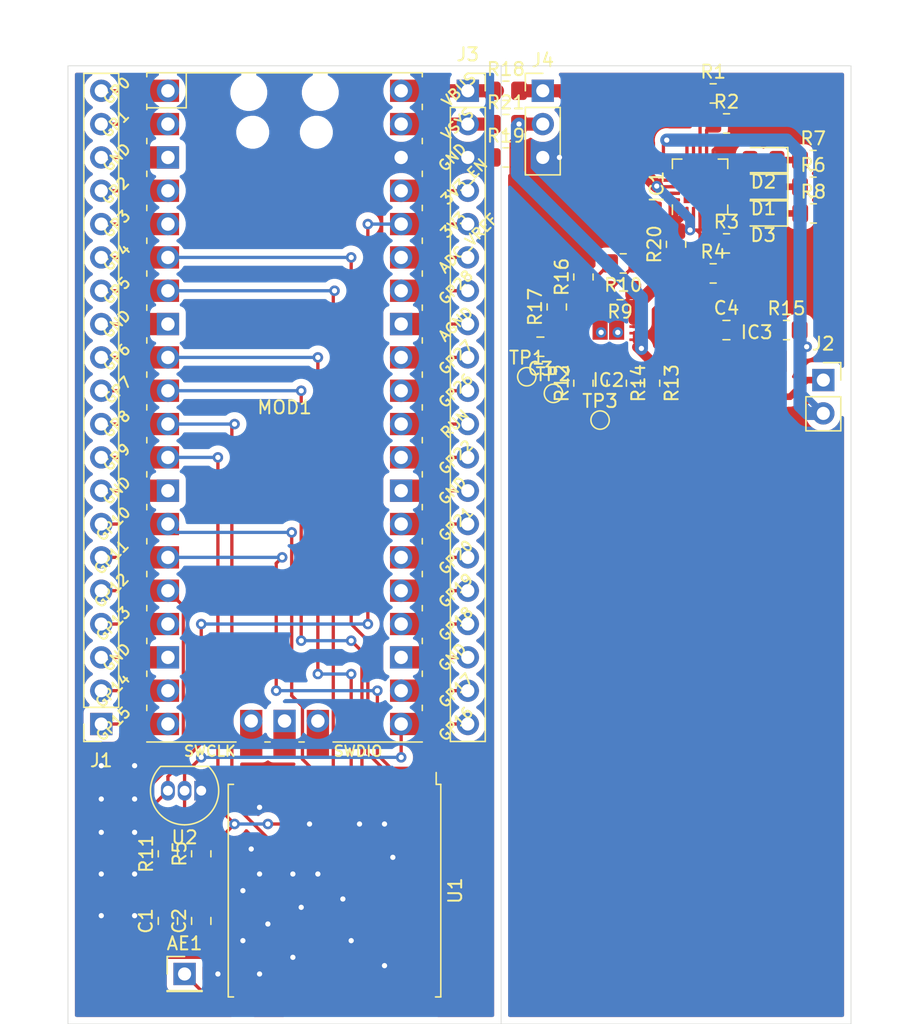
<source format=kicad_pcb>
(kicad_pcb (version 20171130) (host pcbnew 5.1.9-73d0e3b20d~88~ubuntu20.04.1)
  (layers (0 F.Cu signal) (31 B.Cu signal) (34 B.Paste user) (35 F.Paste user) (36 B.SilkS user) (37 F.SilkS user) (38 B.Mask user) (39 F.Mask user) (44 Edge.Cuts user))
  (net 0 "")
  (net 1 "Net-(AE1-Pad1)")
  (net 2 "Net-(C1-Pad2)")
  (net 3 GND)
  (net 4 "Net-(C3-Pad1)")
  (net 5 "Net-(D1-Pad2)")
  (net 6 "Net-(D1-Pad1)")
  (net 7 "Net-(D2-Pad2)")
  (net 8 "Net-(D2-Pad1)")
  (net 9 "Net-(D3-Pad2)")
  (net 10 "Net-(D3-Pad1)")
  (net 11 V_BUS)
  (net 12 "Net-(IC1-Pad14)")
  (net 13 "Net-(IC1-Pad13)")
  (net 14 "Net-(IC1-Pad12)")
  (net 15 "Net-(IC1-Pad5)")
  (net 16 "Net-(MOD1-Pad43)")
  (net 17 "Net-(MOD1-Pad42)")
  (net 18 "Net-(MOD1-Pad41)")
  (net 19 V_SYS)
  (net 20 "Net-(U1-Pad12)")
  (net 21 "Net-(U1-Pad7)")
  (net 22 "Net-(C4-Pad2)")
  (net 23 "Net-(C4-Pad1)")
  (net 24 "Net-(IC1-Pad1)")
  (net 25 "Net-(J1-Pad20)")
  (net 26 "Net-(J1-Pad19)")
  (net 27 "Net-(J1-Pad18)")
  (net 28 "Net-(J1-Pad17)")
  (net 29 "Net-(J1-Pad16)")
  (net 30 "Net-(J1-Pad15)")
  (net 31 "Net-(J1-Pad14)")
  (net 32 "Net-(J1-Pad13)")
  (net 33 "Net-(J1-Pad12)")
  (net 34 "Net-(J1-Pad11)")
  (net 35 "Net-(J1-Pad10)")
  (net 36 "Net-(J1-Pad9)")
  (net 37 "Net-(J1-Pad8)")
  (net 38 "Net-(J1-Pad7)")
  (net 39 "Net-(J1-Pad6)")
  (net 40 "Net-(J1-Pad5)")
  (net 41 "Net-(J1-Pad4)")
  (net 42 "Net-(J1-Pad3)")
  (net 43 "Net-(J1-Pad2)")
  (net 44 "Net-(J1-Pad1)")
  (net 45 "Net-(J3-Pad20)")
  (net 46 "Net-(J3-Pad19)")
  (net 47 "Net-(J3-Pad18)")
  (net 48 "Net-(J3-Pad17)")
  (net 49 "Net-(J3-Pad16)")
  (net 50 "Net-(J3-Pad15)")
  (net 51 "Net-(J3-Pad14)")
  (net 52 "Net-(J3-Pad13)")
  (net 53 "Net-(J3-Pad12)")
  (net 54 "Net-(J3-Pad11)")
  (net 55 "Net-(J3-Pad10)")
  (net 56 "Net-(J3-Pad9)")
  (net 57 "Net-(J3-Pad8)")
  (net 58 "Net-(J3-Pad7)")
  (net 59 "Net-(J3-Pad6)")
  (net 60 "Net-(J3-Pad4)")
  (net 61 "Net-(IC2-Pad14)")
  (net 62 "Net-(IC2-Pad15)")
  (net 63 "Net-(IC2-Pad1)")
  (net 64 "Net-(IC2-Pad3)")
  (net 65 "Net-(IC2-Pad17)")
  (net 66 "Net-(IC2-Pad19)")
  (net 67 "Net-(IC2-Pad20)")
  (net 68 "Net-(IC2-Pad2)")
  (net 69 "Net-(IC2-Pad10)")
  (net 70 V_BUS_Int)
  (net 71 V_SYS_Int)
  (module Connector_PinHeader_2.54mm:PinHeader_1x03_P2.54mm_Vertical (layer F.Cu) (at 56.515 26.67)
    (fp_text reference J4 (at 0 -2.33) (layer F.SilkS))
    (fp_text value Conn_01x03)
    (pad 3 thru_hole oval (at 0 5.08) (size 1.7 1.7) (drill 1) (layers *.Cu *.Mask) (net 3 GND))
    (pad 2 thru_hole oval (at 0 2.54) (size 1.7 1.7) (drill 1) (layers *.Cu *.Mask) (net 71 V_SYS_Int))
    (pad 1 thru_hole rect (at 0 0) (size 1.7 1.7) (drill 1) (layers *.Cu *.Mask) (net 70 V_BUS_Int))
  )
  (module Connector_PinHeader_2.54mm:PinHeader_1x01_P2.54mm_Vertical (layer F.Cu) (at 29.21 93.98)
    (fp_text reference AE1 (at 0 -2.33) (layer F.SilkS))
    (fp_text value Antenna)
    (pad 1 thru_hole rect (at 0 0) (size 1.7 1.7) (drill 1) (layers *.Cu *.Mask) (net 1 "Net-(AE1-Pad1)"))
  )
  (module Resistor_SMD:R_0805_2012Metric_Pad1.20x1.40mm_HandSolder (layer F.Cu) (at 66.675 38.37 90)
    (fp_text reference R20 (at 0 -1.65 90) (layer F.SilkS))
    (fp_text value 0R/0.25W)
    (pad 2 smd roundrect (at 1 0 90) (size 1.2 1.4) (layers F.Cu F.Paste F.Mask) (roundrect_rratio 0.208333) (net 24 "Net-(IC1-Pad1)"))
    (pad 1 smd roundrect (at -1 0 90) (size 1.2 1.4) (layers F.Cu F.Paste F.Mask) (roundrect_rratio 0.208333) (net 69 "Net-(IC2-Pad10)"))
  )
  (module Resistor_SMD:R_0805_2012Metric_Pad1.20x1.40mm_HandSolder (layer F.Cu) (at 53.705 29.21)
    (fp_text reference R21 (at 0 -1.65) (layer F.SilkS))
    (fp_text value 0R/0.25W)
    (pad 2 smd roundrect (at 1 0) (size 1.2 1.4) (layers F.Cu F.Paste F.Mask) (roundrect_rratio 0.208333) (net 71 V_SYS_Int))
    (pad 1 smd roundrect (at -1 0) (size 1.2 1.4) (layers F.Cu F.Paste F.Mask) (roundrect_rratio 0.208333) (net 19 V_SYS))
  )
  (module Resistor_SMD:R_0805_2012Metric_Pad1.20x1.40mm_HandSolder (layer F.Cu) (at 53.705 31.75)
    (fp_text reference R19 (at 0 -1.65) (layer F.SilkS))
    (fp_text value 0R/0.25W)
    (pad 2 smd roundrect (at 1 0) (size 1.2 1.4) (layers F.Cu F.Paste F.Mask) (roundrect_rratio 0.208333) (net 3 GND))
    (pad 1 smd roundrect (at -1 0) (size 1.2 1.4) (layers F.Cu F.Paste F.Mask) (roundrect_rratio 0.208333) (net 3 GND))
  )
  (module Resistor_SMD:R_0805_2012Metric_Pad1.20x1.40mm_HandSolder (layer F.Cu) (at 53.705 26.67)
    (fp_text reference R18 (at 0 -1.65) (layer F.SilkS))
    (fp_text value 0R/0.25W)
    (pad 2 smd roundrect (at 1 0) (size 1.2 1.4) (layers F.Cu F.Paste F.Mask) (roundrect_rratio 0.208333) (net 70 V_BUS_Int))
    (pad 1 smd roundrect (at -1 0) (size 1.2 1.4) (layers F.Cu F.Paste F.Mask) (roundrect_rratio 0.208333) (net 11 V_BUS))
  )
  (module RPi_Pico:RPi_Pico_SMD_TH (layer F.Cu) (at 36.83 50.8)
    (fp_text reference MOD1 (at 0 0) (layer F.SilkS))
    (fp_text value Pico)
    (fp_text user SWDIO (at 5.6 26.2) (layer F.SilkS) (effects (font (size 0.8 0.8))))
    (fp_text user SWCLK (at -5.7 26.2) (layer F.SilkS) (effects (font (size 0.8 0.8))))
    (fp_text user AGND (at 13.054 -6.35 45) (layer F.SilkS) (effects (font (size 0.8 0.8))))
    (fp_text user GND (at 12.8 -19.05 45) (layer F.SilkS) (effects (font (size 0.8 0.8))))
    (fp_text user GND (at 12.8 6.35 45) (layer F.SilkS) (effects (font (size 0.8 0.8))))
    (fp_text user GND (at 12.8 19.05 45) (layer F.SilkS) (effects (font (size 0.8 0.8))))
    (fp_text user GND (at -12.8 19.05 45) (layer F.SilkS) (effects (font (size 0.8 0.8))))
    (fp_text user GND (at -12.8 6.35 45) (layer F.SilkS) (effects (font (size 0.8 0.8))))
    (fp_text user GND (at -12.8 -6.35 45) (layer F.SilkS) (effects (font (size 0.8 0.8))))
    (fp_text user GND (at -12.8 -19.05 45) (layer F.SilkS) (effects (font (size 0.8 0.8))))
    (fp_text user VBUS (at 13.3 -24.2 45) (layer F.SilkS) (effects (font (size 0.8 0.8))))
    (fp_text user VSYS (at 13.2 -21.59 45) (layer F.SilkS) (effects (font (size 0.8 0.8))))
    (fp_text user 3V3_EN (at 13.7 -17.2 45) (layer F.SilkS) (effects (font (size 0.8 0.8))))
    (fp_text user 3V3 (at 12.9 -13.9 45) (layer F.SilkS) (effects (font (size 0.8 0.8))))
    (fp_text user ADC_VREF (at 14 -12.5 45) (layer F.SilkS) (effects (font (size 0.8 0.8))))
    (fp_text user GP28 (at 13.054 -9.144 45) (layer F.SilkS) (effects (font (size 0.8 0.8))))
    (fp_text user GP27 (at 13.054 -3.8 45) (layer F.SilkS) (effects (font (size 0.8 0.8))))
    (fp_text user GP26 (at 13.054 -1.27 45) (layer F.SilkS) (effects (font (size 0.8 0.8))))
    (fp_text user RUN (at 13 1.27 45) (layer F.SilkS) (effects (font (size 0.8 0.8))))
    (fp_text user GP22 (at 13.054 3.81 45) (layer F.SilkS) (effects (font (size 0.8 0.8))))
    (fp_text user GP21 (at 13.054 8.9 45) (layer F.SilkS) (effects (font (size 0.8 0.8))))
    (fp_text user GP20 (at 13.054 11.43 45) (layer F.SilkS) (effects (font (size 0.8 0.8))))
    (fp_text user GP19 (at 13.054 13.97 45) (layer F.SilkS) (effects (font (size 0.8 0.8))))
    (fp_text user GP18 (at 13.054 16.51 45) (layer F.SilkS) (effects (font (size 0.8 0.8))))
    (fp_text user GP17 (at 13.054 21.59 45) (layer F.SilkS) (effects (font (size 0.8 0.8))))
    (fp_text user GP16 (at 13.054 24.13 45) (layer F.SilkS) (effects (font (size 0.8 0.8))))
    (fp_text user GP15 (at -13.054 24.13 45) (layer F.SilkS) (effects (font (size 0.8 0.8))))
    (fp_text user GP14 (at -13.1 21.59 45) (layer F.SilkS) (effects (font (size 0.8 0.8))))
    (fp_text user GP13 (at -13.054 16.51 45) (layer F.SilkS) (effects (font (size 0.8 0.8))))
    (fp_text user GP12 (at -13.2 13.97 45) (layer F.SilkS) (effects (font (size 0.8 0.8))))
    (fp_text user GP11 (at -13.2 11.43 45) (layer F.SilkS) (effects (font (size 0.8 0.8))))
    (fp_text user GP10 (at -13.054 8.89 45) (layer F.SilkS) (effects (font (size 0.8 0.8))))
    (fp_text user GP9 (at -12.8 3.81 45) (layer F.SilkS) (effects (font (size 0.8 0.8))))
    (fp_text user GP8 (at -12.8 1.27 45) (layer F.SilkS) (effects (font (size 0.8 0.8))))
    (fp_text user GP7 (at -12.7 -1.3 45) (layer F.SilkS) (effects (font (size 0.8 0.8))))
    (fp_text user GP6 (at -12.8 -3.81 45) (layer F.SilkS) (effects (font (size 0.8 0.8))))
    (fp_text user GP5 (at -12.8 -8.89 45) (layer F.SilkS) (effects (font (size 0.8 0.8))))
    (fp_text user GP4 (at -12.8 -11.43 45) (layer F.SilkS) (effects (font (size 0.8 0.8))))
    (fp_text user GP3 (at -12.8 -13.97 45) (layer F.SilkS) (effects (font (size 0.8 0.8))))
    (fp_text user GP0 (at -12.8 -24.13 45) (layer F.SilkS) (effects (font (size 0.8 0.8))))
    (fp_text user GP2 (at -12.9 -16.51 45) (layer F.SilkS) (effects (font (size 0.8 0.8))))
    (fp_text user GP1 (at -12.9 -21.6 45) (layer F.SilkS) (effects (font (size 0.8 0.8))))
    (pad 43 thru_hole oval (at 2.54 23.9) (size 1.7 1.7) (drill 1.02) (layers *.Cu *.Mask) (net 16 "Net-(MOD1-Pad43)"))
    (pad 43 smd rect (at 2.54 23.9 90) (size 3.5 1.7) (drill (offset -0.9 0)) (layers F.Cu F.Mask) (net 16 "Net-(MOD1-Pad43)"))
    (pad 42 thru_hole rect (at 0 23.9) (size 1.7 1.7) (drill 1.02) (layers *.Cu *.Mask) (net 17 "Net-(MOD1-Pad42)"))
    (pad 42 smd rect (at 0 23.9 90) (size 3.5 1.7) (drill (offset -0.9 0)) (layers F.Cu F.Mask) (net 17 "Net-(MOD1-Pad42)"))
    (pad 41 thru_hole oval (at -2.54 23.9) (size 1.7 1.7) (drill 1.02) (layers *.Cu *.Mask) (net 18 "Net-(MOD1-Pad41)"))
    (pad 41 smd rect (at -2.54 23.9 90) (size 3.5 1.7) (drill (offset -0.9 0)) (layers F.Cu F.Mask) (net 18 "Net-(MOD1-Pad41)"))
    (pad "" np_thru_hole oval (at 2.425 -20.97) (size 1.5 1.5) (drill 1.5) (layers *.Cu *.Mask))
    (pad "" np_thru_hole oval (at -2.425 -20.97) (size 1.5 1.5) (drill 1.5) (layers *.Cu *.Mask))
    (pad "" np_thru_hole oval (at 2.725 -24) (size 1.8 1.8) (drill 1.8) (layers *.Cu *.Mask))
    (pad "" np_thru_hole oval (at -2.725 -24) (size 1.8 1.8) (drill 1.8) (layers *.Cu *.Mask))
    (pad 21 smd rect (at 8.89 24.13) (size 3.5 1.7) (drill (offset 0.9 0)) (layers F.Cu F.Mask) (net 45 "Net-(J3-Pad20)"))
    (pad 22 smd rect (at 8.89 21.59) (size 3.5 1.7) (drill (offset 0.9 0)) (layers F.Cu F.Mask) (net 46 "Net-(J3-Pad19)"))
    (pad 23 smd rect (at 8.89 19.05) (size 3.5 1.7) (drill (offset 0.9 0)) (layers F.Cu F.Mask) (net 47 "Net-(J3-Pad18)"))
    (pad 24 smd rect (at 8.89 16.51) (size 3.5 1.7) (drill (offset 0.9 0)) (layers F.Cu F.Mask) (net 48 "Net-(J3-Pad17)"))
    (pad 25 smd rect (at 8.89 13.97) (size 3.5 1.7) (drill (offset 0.9 0)) (layers F.Cu F.Mask) (net 49 "Net-(J3-Pad16)"))
    (pad 26 smd rect (at 8.89 11.43) (size 3.5 1.7) (drill (offset 0.9 0)) (layers F.Cu F.Mask) (net 50 "Net-(J3-Pad15)"))
    (pad 27 smd rect (at 8.89 8.89) (size 3.5 1.7) (drill (offset 0.9 0)) (layers F.Cu F.Mask) (net 51 "Net-(J3-Pad14)"))
    (pad 28 smd rect (at 8.89 6.35) (size 3.5 1.7) (drill (offset 0.9 0)) (layers F.Cu F.Mask) (net 52 "Net-(J3-Pad13)"))
    (pad 29 smd rect (at 8.89 3.81) (size 3.5 1.7) (drill (offset 0.9 0)) (layers F.Cu F.Mask) (net 53 "Net-(J3-Pad12)"))
    (pad 30 smd rect (at 8.89 1.27) (size 3.5 1.7) (drill (offset 0.9 0)) (layers F.Cu F.Mask) (net 54 "Net-(J3-Pad11)"))
    (pad 31 smd rect (at 8.89 -1.27) (size 3.5 1.7) (drill (offset 0.9 0)) (layers F.Cu F.Mask) (net 55 "Net-(J3-Pad10)"))
    (pad 32 smd rect (at 8.89 -3.81) (size 3.5 1.7) (drill (offset 0.9 0)) (layers F.Cu F.Mask) (net 56 "Net-(J3-Pad9)"))
    (pad 33 smd rect (at 8.89 -6.35) (size 3.5 1.7) (drill (offset 0.9 0)) (layers F.Cu F.Mask) (net 57 "Net-(J3-Pad8)"))
    (pad 34 smd rect (at 8.89 -8.89) (size 3.5 1.7) (drill (offset 0.9 0)) (layers F.Cu F.Mask) (net 58 "Net-(J3-Pad7)"))
    (pad 35 smd rect (at 8.89 -11.43) (size 3.5 1.7) (drill (offset 0.9 0)) (layers F.Cu F.Mask) (net 59 "Net-(J3-Pad6)"))
    (pad 36 smd rect (at 8.89 -13.97) (size 3.5 1.7) (drill (offset 0.9 0)) (layers F.Cu F.Mask) (net 2 "Net-(C1-Pad2)"))
    (pad 37 smd rect (at 8.89 -16.51) (size 3.5 1.7) (drill (offset 0.9 0)) (layers F.Cu F.Mask) (net 60 "Net-(J3-Pad4)"))
    (pad 38 smd rect (at 8.89 -19.05) (size 3.5 1.7) (drill (offset 0.9 0)) (layers F.Cu F.Mask) (net 3 GND))
    (pad 39 smd rect (at 8.89 -21.59) (size 3.5 1.7) (drill (offset 0.9 0)) (layers F.Cu F.Mask) (net 19 V_SYS))
    (pad 40 smd rect (at 8.89 -24.13) (size 3.5 1.7) (drill (offset 0.9 0)) (layers F.Cu F.Mask) (net 11 V_BUS))
    (pad 20 smd rect (at -8.89 24.13) (size 3.5 1.7) (drill (offset -0.9 0)) (layers F.Cu F.Mask) (net 44 "Net-(J1-Pad1)"))
    (pad 19 smd rect (at -8.89 21.59) (size 3.5 1.7) (drill (offset -0.9 0)) (layers F.Cu F.Mask) (net 43 "Net-(J1-Pad2)"))
    (pad 18 smd rect (at -8.89 19.05) (size 3.5 1.7) (drill (offset -0.9 0)) (layers F.Cu F.Mask) (net 42 "Net-(J1-Pad3)"))
    (pad 17 smd rect (at -8.89 16.51) (size 3.5 1.7) (drill (offset -0.9 0)) (layers F.Cu F.Mask) (net 41 "Net-(J1-Pad4)"))
    (pad 16 smd rect (at -8.89 13.97) (size 3.5 1.7) (drill (offset -0.9 0)) (layers F.Cu F.Mask) (net 40 "Net-(J1-Pad5)"))
    (pad 15 smd rect (at -8.89 11.43) (size 3.5 1.7) (drill (offset -0.9 0)) (layers F.Cu F.Mask) (net 39 "Net-(J1-Pad6)"))
    (pad 14 smd rect (at -8.89 8.89) (size 3.5 1.7) (drill (offset -0.9 0)) (layers F.Cu F.Mask) (net 38 "Net-(J1-Pad7)"))
    (pad 13 smd rect (at -8.89 6.35) (size 3.5 1.7) (drill (offset -0.9 0)) (layers F.Cu F.Mask) (net 37 "Net-(J1-Pad8)"))
    (pad 12 smd rect (at -8.89 3.81) (size 3.5 1.7) (drill (offset -0.9 0)) (layers F.Cu F.Mask) (net 36 "Net-(J1-Pad9)"))
    (pad 11 smd rect (at -8.89 1.27) (size 3.5 1.7) (drill (offset -0.9 0)) (layers F.Cu F.Mask) (net 35 "Net-(J1-Pad10)"))
    (pad 10 smd rect (at -8.89 -1.27) (size 3.5 1.7) (drill (offset -0.9 0)) (layers F.Cu F.Mask) (net 34 "Net-(J1-Pad11)"))
    (pad 9 smd rect (at -8.89 -3.81) (size 3.5 1.7) (drill (offset -0.9 0)) (layers F.Cu F.Mask) (net 33 "Net-(J1-Pad12)"))
    (pad 8 smd rect (at -8.89 -6.35) (size 3.5 1.7) (drill (offset -0.9 0)) (layers F.Cu F.Mask) (net 32 "Net-(J1-Pad13)"))
    (pad 7 smd rect (at -8.89 -8.89) (size 3.5 1.7) (drill (offset -0.9 0)) (layers F.Cu F.Mask) (net 31 "Net-(J1-Pad14)"))
    (pad 6 smd rect (at -8.89 -11.43) (size 3.5 1.7) (drill (offset -0.9 0)) (layers F.Cu F.Mask) (net 30 "Net-(J1-Pad15)"))
    (pad 5 smd rect (at -8.89 -13.97) (size 3.5 1.7) (drill (offset -0.9 0)) (layers F.Cu F.Mask) (net 29 "Net-(J1-Pad16)"))
    (pad 4 smd rect (at -8.89 -16.51) (size 3.5 1.7) (drill (offset -0.9 0)) (layers F.Cu F.Mask) (net 28 "Net-(J1-Pad17)"))
    (pad 3 smd rect (at -8.89 -19.05) (size 3.5 1.7) (drill (offset -0.9 0)) (layers F.Cu F.Mask) (net 27 "Net-(J1-Pad18)"))
    (pad 2 smd rect (at -8.89 -21.59) (size 3.5 1.7) (drill (offset -0.9 0)) (layers F.Cu F.Mask) (net 26 "Net-(J1-Pad19)"))
    (pad 1 smd rect (at -8.89 -24.13) (size 3.5 1.7) (drill (offset -0.9 0)) (layers F.Cu F.Mask) (net 25 "Net-(J1-Pad20)"))
    (pad 40 thru_hole oval (at 8.89 -24.13) (size 1.7 1.7) (drill 1.02) (layers *.Cu *.Mask) (net 11 V_BUS))
    (pad 39 thru_hole oval (at 8.89 -21.59) (size 1.7 1.7) (drill 1.02) (layers *.Cu *.Mask) (net 19 V_SYS))
    (pad 38 thru_hole rect (at 8.89 -19.05) (size 1.7 1.7) (drill 1.02) (layers *.Cu *.Mask) (net 3 GND))
    (pad 37 thru_hole oval (at 8.89 -16.51) (size 1.7 1.7) (drill 1.02) (layers *.Cu *.Mask) (net 60 "Net-(J3-Pad4)"))
    (pad 36 thru_hole oval (at 8.89 -13.97) (size 1.7 1.7) (drill 1.02) (layers *.Cu *.Mask) (net 2 "Net-(C1-Pad2)"))
    (pad 35 thru_hole oval (at 8.89 -11.43) (size 1.7 1.7) (drill 1.02) (layers *.Cu *.Mask) (net 59 "Net-(J3-Pad6)"))
    (pad 34 thru_hole oval (at 8.89 -8.89) (size 1.7 1.7) (drill 1.02) (layers *.Cu *.Mask) (net 58 "Net-(J3-Pad7)"))
    (pad 33 thru_hole rect (at 8.89 -6.35) (size 1.7 1.7) (drill 1.02) (layers *.Cu *.Mask) (net 57 "Net-(J3-Pad8)"))
    (pad 32 thru_hole oval (at 8.89 -3.81) (size 1.7 1.7) (drill 1.02) (layers *.Cu *.Mask) (net 56 "Net-(J3-Pad9)"))
    (pad 31 thru_hole oval (at 8.89 -1.27) (size 1.7 1.7) (drill 1.02) (layers *.Cu *.Mask) (net 55 "Net-(J3-Pad10)"))
    (pad 30 thru_hole oval (at 8.89 1.27) (size 1.7 1.7) (drill 1.02) (layers *.Cu *.Mask) (net 54 "Net-(J3-Pad11)"))
    (pad 29 thru_hole oval (at 8.89 3.81) (size 1.7 1.7) (drill 1.02) (layers *.Cu *.Mask) (net 53 "Net-(J3-Pad12)"))
    (pad 28 thru_hole rect (at 8.89 6.35) (size 1.7 1.7) (drill 1.02) (layers *.Cu *.Mask) (net 52 "Net-(J3-Pad13)"))
    (pad 27 thru_hole oval (at 8.89 8.89) (size 1.7 1.7) (drill 1.02) (layers *.Cu *.Mask) (net 51 "Net-(J3-Pad14)"))
    (pad 26 thru_hole oval (at 8.89 11.43) (size 1.7 1.7) (drill 1.02) (layers *.Cu *.Mask) (net 50 "Net-(J3-Pad15)"))
    (pad 25 thru_hole oval (at 8.89 13.97) (size 1.7 1.7) (drill 1.02) (layers *.Cu *.Mask) (net 49 "Net-(J3-Pad16)"))
    (pad 24 thru_hole oval (at 8.89 16.51) (size 1.7 1.7) (drill 1.02) (layers *.Cu *.Mask) (net 48 "Net-(J3-Pad17)"))
    (pad 23 thru_hole rect (at 8.89 19.05) (size 1.7 1.7) (drill 1.02) (layers *.Cu *.Mask) (net 47 "Net-(J3-Pad18)"))
    (pad 22 thru_hole oval (at 8.89 21.59) (size 1.7 1.7) (drill 1.02) (layers *.Cu *.Mask) (net 46 "Net-(J3-Pad19)"))
    (pad 21 thru_hole oval (at 8.89 24.13) (size 1.7 1.7) (drill 1.02) (layers *.Cu *.Mask) (net 45 "Net-(J3-Pad20)"))
    (pad 20 thru_hole oval (at -8.89 24.13) (size 1.7 1.7) (drill 1.02) (layers *.Cu *.Mask) (net 44 "Net-(J1-Pad1)"))
    (pad 19 thru_hole oval (at -8.89 21.59) (size 1.7 1.7) (drill 1.02) (layers *.Cu *.Mask) (net 43 "Net-(J1-Pad2)"))
    (pad 18 thru_hole rect (at -8.89 19.05) (size 1.7 1.7) (drill 1.02) (layers *.Cu *.Mask) (net 42 "Net-(J1-Pad3)"))
    (pad 17 thru_hole oval (at -8.89 16.51) (size 1.7 1.7) (drill 1.02) (layers *.Cu *.Mask) (net 41 "Net-(J1-Pad4)"))
    (pad 16 thru_hole oval (at -8.89 13.97) (size 1.7 1.7) (drill 1.02) (layers *.Cu *.Mask) (net 40 "Net-(J1-Pad5)"))
    (pad 15 thru_hole oval (at -8.89 11.43) (size 1.7 1.7) (drill 1.02) (layers *.Cu *.Mask) (net 39 "Net-(J1-Pad6)"))
    (pad 14 thru_hole oval (at -8.89 8.89) (size 1.7 1.7) (drill 1.02) (layers *.Cu *.Mask) (net 38 "Net-(J1-Pad7)"))
    (pad 13 thru_hole rect (at -8.89 6.35) (size 1.7 1.7) (drill 1.02) (layers *.Cu *.Mask) (net 37 "Net-(J1-Pad8)"))
    (pad 12 thru_hole oval (at -8.89 3.81) (size 1.7 1.7) (drill 1.02) (layers *.Cu *.Mask) (net 36 "Net-(J1-Pad9)"))
    (pad 11 thru_hole oval (at -8.89 1.27) (size 1.7 1.7) (drill 1.02) (layers *.Cu *.Mask) (net 35 "Net-(J1-Pad10)"))
    (pad 10 thru_hole oval (at -8.89 -1.27) (size 1.7 1.7) (drill 1.02) (layers *.Cu *.Mask) (net 34 "Net-(J1-Pad11)"))
    (pad 9 thru_hole oval (at -8.89 -3.81) (size 1.7 1.7) (drill 1.02) (layers *.Cu *.Mask) (net 33 "Net-(J1-Pad12)"))
    (pad 8 thru_hole rect (at -8.89 -6.35) (size 1.7 1.7) (drill 1.02) (layers *.Cu *.Mask) (net 32 "Net-(J1-Pad13)"))
    (pad 7 thru_hole oval (at -8.89 -8.89) (size 1.7 1.7) (drill 1.02) (layers *.Cu *.Mask) (net 31 "Net-(J1-Pad14)"))
    (pad 6 thru_hole oval (at -8.89 -11.43) (size 1.7 1.7) (drill 1.02) (layers *.Cu *.Mask) (net 30 "Net-(J1-Pad15)"))
    (pad 5 thru_hole oval (at -8.89 -13.97) (size 1.7 1.7) (drill 1.02) (layers *.Cu *.Mask) (net 29 "Net-(J1-Pad16)"))
    (pad 4 thru_hole oval (at -8.89 -16.51) (size 1.7 1.7) (drill 1.02) (layers *.Cu *.Mask) (net 28 "Net-(J1-Pad17)"))
    (pad 3 thru_hole rect (at -8.89 -19.05) (size 1.7 1.7) (drill 1.02) (layers *.Cu *.Mask) (net 27 "Net-(J1-Pad18)"))
    (pad 2 thru_hole oval (at -8.89 -21.59) (size 1.7 1.7) (drill 1.02) (layers *.Cu *.Mask) (net 26 "Net-(J1-Pad19)"))
    (pad 1 thru_hole oval (at -8.89 -24.13) (size 1.7 1.7) (drill 1.02) (layers *.Cu *.Mask) (net 25 "Net-(J1-Pad20)"))
  )
  (module XB8089D:XB8089D (layer F.Cu) (at 72.8218 49.9872)
    (fp_text reference IC3 (at 0 -4.9102) (layer F.SilkS))
    (fp_text value XB8089D)
    (pad 9 smd rect (at 0 0) (size 3.51 2.62) (layers F.Cu F.Paste F.Mask) (net 23 "Net-(C4-Pad1)"))
    (pad 8 smd rect (at -1.755 -2.7) (size 0.61 1.6) (layers F.Cu F.Paste F.Mask) (net 23 "Net-(C4-Pad1)"))
    (pad 7 smd rect (at -0.505 -2.7) (size 0.61 1.6) (layers F.Cu F.Paste F.Mask) (net 23 "Net-(C4-Pad1)"))
    (pad 6 smd rect (at 0.745 -2.7) (size 0.61 1.6) (layers F.Cu F.Paste F.Mask) (net 22 "Net-(C4-Pad2)"))
    (pad 5 smd rect (at 1.995 -2.7) (size 0.61 1.6) (layers F.Cu F.Paste F.Mask) (net 23 "Net-(C4-Pad1)"))
    (pad 4 smd rect (at 1.995 2.7) (size 0.61 1.6) (layers F.Cu F.Paste F.Mask) (net 3 GND))
    (pad 3 smd rect (at 0.745 2.7) (size 0.61 1.6) (layers F.Cu F.Paste F.Mask) (net 3 GND))
    (pad 2 smd rect (at -0.505 2.7) (size 0.61 1.6) (layers F.Cu F.Paste F.Mask) (net 3 GND))
    (pad 1 smd rect (at -1.755 2.7) (size 0.61 1.6) (layers F.Cu F.Paste F.Mask) (net 3 GND))
  )
  (module TI_WQFN_20_EP_2.8x3.8:TI_WQFN_20_EP (layer F.Cu) (at 61.5188 44.9072)
    (fp_text reference IC2 (at 0 3.81) (layer F.SilkS))
    (fp_text value TPS25940x)
    (pad 21 smd rect (at -0.635 0 90) (size 1.47 1.15) (layers F.Cu F.Paste F.Mask))
    (pad 21 smd rect (at 0.625 0 90) (size 1.47 1.15) (layers F.Cu F.Paste F.Mask))
    (pad 17 smd rect (at -1.9 -0.765 90) (size 0.2 0.6) (layers F.Cu F.Paste F.Mask) (net 65 "Net-(IC2-Pad17)"))
    (pad 10 smd rect (at 1.9 -0.765 90) (size 0.2 0.6) (layers F.Cu F.Paste F.Mask) (net 69 "Net-(IC2-Pad10)"))
    (pad 18 smd rect (at -1.9 -0.265 90) (size 0.2 0.6) (layers F.Cu F.Paste F.Mask) (net 4 "Net-(C3-Pad1)"))
    (pad 9 smd rect (at 1.9 -0.265 90) (size 0.2 0.6) (layers F.Cu F.Paste F.Mask) (net 69 "Net-(IC2-Pad10)"))
    (pad 19 smd rect (at -1.9 0.235 90) (size 0.2 0.6) (layers F.Cu F.Paste F.Mask) (net 66 "Net-(IC2-Pad19)"))
    (pad 8 smd rect (at 1.9 0.235 90) (size 0.2 0.6) (layers F.Cu F.Paste F.Mask) (net 71 V_SYS_Int))
    (pad 20 smd rect (at -1.9 0.735 90) (size 0.2 0.6) (layers F.Cu F.Paste F.Mask) (net 67 "Net-(IC2-Pad20)"))
    (pad 7 smd rect (at 1.9 0.735 90) (size 0.2 0.6) (layers F.Cu F.Paste F.Mask) (net 71 V_SYS_Int))
    (pad 11 smd rect (at 1.25 -1.4) (size 0.2 0.6) (layers F.Cu F.Paste F.Mask) (net 69 "Net-(IC2-Pad10)"))
    (pad 12 smd rect (at 0.75 -1.4) (size 0.2 0.6) (layers F.Cu F.Paste F.Mask) (net 69 "Net-(IC2-Pad10)"))
    (pad 13 smd rect (at 0.25 -1.4) (size 0.2 0.6) (layers F.Cu F.Paste F.Mask) (net 69 "Net-(IC2-Pad10)"))
    (pad 14 smd rect (at -0.25 -1.4) (size 0.2 0.6) (layers F.Cu F.Paste F.Mask) (net 61 "Net-(IC2-Pad14)"))
    (pad 15 smd rect (at -0.75 -1.4) (size 0.2 0.6) (layers F.Cu F.Paste F.Mask) (net 62 "Net-(IC2-Pad15)"))
    (pad 16 smd rect (at -1.25 -1.4) (size 0.2 0.6) (layers F.Cu F.Paste F.Mask) (net 3 GND))
    (pad 6 smd rect (at 1.25 1.4) (size 0.2 0.6) (layers F.Cu F.Paste F.Mask) (net 71 V_SYS_Int))
    (pad 5 smd rect (at 0.75 1.4) (size 0.2 0.6) (layers F.Cu F.Paste F.Mask) (net 71 V_SYS_Int))
    (pad 4 smd rect (at 0.25 1.4) (size 0.2 0.6) (layers F.Cu F.Paste F.Mask) (net 71 V_SYS_Int))
    (pad 3 smd rect (at -0.25 1.4) (size 0.2 0.6) (layers F.Cu F.Paste F.Mask) (net 64 "Net-(IC2-Pad3)"))
    (pad 2 smd rect (at -0.75 1.4) (size 0.2 0.6) (layers F.Cu F.Paste F.Mask) (net 68 "Net-(IC2-Pad2)"))
    (pad 1 smd rect (at -1.25 1.4) (size 0.2 0.6) (layers F.Cu F.Paste F.Mask) (net 63 "Net-(IC2-Pad1)"))
  )
  (module Package_TO_SOT_THT:TO-92_Inline (layer F.Cu) (at 30.48 80.01 180)
    (fp_text reference U2 (at 1.27 -3.56) (layer F.SilkS))
    (fp_text value DS18B20)
    (pad 1 thru_hole rect (at 0 0 180) (size 1.05 1.5) (drill 0.75) (layers *.Cu *.Mask) (net 3 GND))
    (pad 3 thru_hole oval (at 2.54 0 180) (size 1.05 1.5) (drill 0.75) (layers *.Cu *.Mask) (net 2 "Net-(C1-Pad2)"))
    (pad 2 thru_hole oval (at 1.27 0 180) (size 1.05 1.5) (drill 0.75) (layers *.Cu *.Mask) (net 45 "Net-(J3-Pad20)"))
  )
  (module RF_Module:HOPERF_RFM9XW_SMD (layer F.Cu) (at 40.64 87.63 270)
    (fp_text reference U1 (at 0 -9.2 90) (layer F.SilkS))
    (fp_text value RFM95W-868S2)
    (pad 16 smd rect (at 8 -7 270) (size 2 1) (layers F.Cu F.Paste F.Mask) (net 39 "Net-(J1-Pad6)"))
    (pad 15 smd rect (at 8 -5 270) (size 2 1) (layers F.Cu F.Paste F.Mask) (net 38 "Net-(J1-Pad7)"))
    (pad 14 smd rect (at 8 -3 270) (size 2 1) (layers F.Cu F.Paste F.Mask) (net 35 "Net-(J1-Pad10)"))
    (pad 13 smd rect (at 8 -1 270) (size 2 1) (layers F.Cu F.Paste F.Mask) (net 2 "Net-(C1-Pad2)"))
    (pad 12 smd rect (at 8 1 270) (size 2 1) (layers F.Cu F.Paste F.Mask) (net 20 "Net-(U1-Pad12)"))
    (pad 11 smd rect (at 8 3 270) (size 2 1) (layers F.Cu F.Paste F.Mask) (net 40 "Net-(J1-Pad5)"))
    (pad 10 smd rect (at 8 5 270) (size 2 1) (layers F.Cu F.Paste F.Mask) (net 3 GND))
    (pad 9 smd rect (at 8 7 270) (size 2 1) (layers F.Cu F.Paste F.Mask) (net 1 "Net-(AE1-Pad1)"))
    (pad 8 smd rect (at -8 7 270) (size 2 1) (layers F.Cu F.Paste F.Mask) (net 3 GND))
    (pad 7 smd rect (at -8 5 270) (size 2 1) (layers F.Cu F.Paste F.Mask) (net 21 "Net-(U1-Pad7)"))
    (pad 6 smd rect (at -8 3 270) (size 2 1) (layers F.Cu F.Paste F.Mask) (net 36 "Net-(J1-Pad9)"))
    (pad 5 smd rect (at -8 1 270) (size 2 1) (layers F.Cu F.Paste F.Mask) (net 31 "Net-(J1-Pad14)"))
    (pad 4 smd rect (at -8 -1 270) (size 2 1) (layers F.Cu F.Paste F.Mask) (net 33 "Net-(J1-Pad12)"))
    (pad 3 smd rect (at -8 -3 270) (size 2 1) (layers F.Cu F.Paste F.Mask) (net 34 "Net-(J1-Pad11)"))
    (pad 2 smd rect (at -8 -5 270) (size 2 1) (layers F.Cu F.Paste F.Mask) (net 30 "Net-(J1-Pad15)"))
    (pad 1 smd rect (at -8 -7 270) (size 2 1) (layers F.Cu F.Paste F.Mask) (net 3 GND))
  )
  (module TestPoint:TestPoint_Pad_D1.0mm (layer F.Cu) (at 60.8838 51.7652)
    (fp_text reference TP3 (at 0 -1.448) (layer F.SilkS))
    (fp_text value TestPoint)
    (pad 1 smd circle (at 0 0) (size 1 1) (layers F.Cu F.Mask) (net 68 "Net-(IC2-Pad2)"))
  )
  (module TestPoint:TestPoint_Pad_D1.0mm (layer F.Cu) (at 57.3278 49.7332)
    (fp_text reference TP2 (at 0 -1.448) (layer F.SilkS))
    (fp_text value TestPoint)
    (pad 1 smd circle (at 0 0) (size 1 1) (layers F.Cu F.Mask) (net 67 "Net-(IC2-Pad20)"))
  )
  (module TestPoint:TestPoint_Pad_D1.0mm (layer F.Cu) (at 55.2958 48.4632)
    (fp_text reference TP1 (at 0 -1.448) (layer F.SilkS))
    (fp_text value TestPoint)
    (pad 1 smd circle (at 0 0) (size 1 1) (layers F.Cu F.Mask) (net 66 "Net-(IC2-Pad19)"))
  )
  (module Resistor_SMD:R_0805_2012Metric_Pad1.20x1.40mm_HandSolder (layer F.Cu) (at 57.5818 43.1452 90)
    (fp_text reference R17 (at 0 -1.65 90) (layer F.SilkS))
    (fp_text value 33K2/0.25W2)
    (pad 2 smd roundrect (at 1 0 90) (size 1.2 1.4) (layers F.Cu F.Paste F.Mask) (roundrect_rratio 0.208333) (net 3 GND))
    (pad 1 smd roundrect (at -1 0 90) (size 1.2 1.4) (layers F.Cu F.Paste F.Mask) (roundrect_rratio 0.208333) (net 65 "Net-(IC2-Pad17)"))
  )
  (module Resistor_SMD:R_0805_2012Metric_Pad1.20x1.40mm_HandSolder (layer F.Cu) (at 59.6138 40.8592 90)
    (fp_text reference R16 (at 0 -1.65 90) (layer F.SilkS))
    (fp_text value 33K2/0.25W1)
    (pad 2 smd roundrect (at 1 0 90) (size 1.2 1.4) (layers F.Cu F.Paste F.Mask) (roundrect_rratio 0.208333) (net 3 GND))
    (pad 1 smd roundrect (at -1 0 90) (size 1.2 1.4) (layers F.Cu F.Paste F.Mask) (roundrect_rratio 0.208333) (net 62 "Net-(IC2-Pad15)"))
  )
  (module Resistor_SMD:R_0805_2012Metric_Pad1.20x1.40mm_HandSolder (layer F.Cu) (at 75.0918 44.9072)
    (fp_text reference R15 (at 0 -1.65) (layer F.SilkS))
    (fp_text value 1kR/0.25W)
    (pad 2 smd roundrect (at 1 0) (size 1.2 1.4) (layers F.Cu F.Paste F.Mask) (roundrect_rratio 0.208333) (net 12 "Net-(IC1-Pad14)"))
    (pad 1 smd roundrect (at -1 0) (size 1.2 1.4) (layers F.Cu F.Paste F.Mask) (roundrect_rratio 0.208333) (net 22 "Net-(C4-Pad2)"))
  )
  (module Resistor_SMD:R_0805_2012Metric_Pad1.20x1.40mm_HandSolder (layer F.Cu) (at 62.1538 48.9552 270)
    (fp_text reference R14 (at 0 -1.65 90) (layer F.SilkS))
    (fp_text value 220kR/0.25W)
    (pad 2 smd roundrect (at 1 0 270) (size 1.2 1.4) (layers F.Cu F.Paste F.Mask) (roundrect_rratio 0.208333) (net 3 GND))
    (pad 1 smd roundrect (at -1 0 270) (size 1.2 1.4) (layers F.Cu F.Paste F.Mask) (roundrect_rratio 0.208333) (net 64 "Net-(IC2-Pad3)"))
  )
  (module Resistor_SMD:R_0805_2012Metric_Pad1.20x1.40mm_HandSolder (layer F.Cu) (at 64.6938 48.9552 270)
    (fp_text reference R13 (at 0 -1.65 90) (layer F.SilkS))
    (fp_text value 470kR/0.25W)
    (pad 2 smd roundrect (at 1 0 270) (size 1.2 1.4) (layers F.Cu F.Paste F.Mask) (roundrect_rratio 0.208333) (net 64 "Net-(IC2-Pad3)"))
    (pad 1 smd roundrect (at -1 0 270) (size 1.2 1.4) (layers F.Cu F.Paste F.Mask) (roundrect_rratio 0.208333) (net 71 V_SYS_Int))
  )
  (module Resistor_SMD:R_0805_2012Metric_Pad1.20x1.40mm_HandSolder (layer F.Cu) (at 59.6138 48.9552 90)
    (fp_text reference R12 (at 0 -1.65 90) (layer F.SilkS))
    (fp_text value 10kR/0.25W)
    (pad 2 smd roundrect (at 1 0 90) (size 1.2 1.4) (layers F.Cu F.Paste F.Mask) (roundrect_rratio 0.208333) (net 63 "Net-(IC2-Pad1)"))
    (pad 1 smd roundrect (at -1 0 90) (size 1.2 1.4) (layers F.Cu F.Paste F.Mask) (roundrect_rratio 0.208333) (net 3 GND))
  )
  (module Resistor_SMD:R_0805_2012Metric_Pad1.20x1.40mm_HandSolder (layer F.Cu) (at 27.94 84.82 90)
    (fp_text reference R11 (at 0 -1.65 90) (layer F.SilkS))
    (fp_text value 4k7/0.25W)
    (pad 2 smd roundrect (at 1 0 90) (size 1.2 1.4) (layers F.Cu F.Paste F.Mask) (roundrect_rratio 0.208333) (net 45 "Net-(J3-Pad20)"))
    (pad 1 smd roundrect (at -1 0 90) (size 1.2 1.4) (layers F.Cu F.Paste F.Mask) (roundrect_rratio 0.208333) (net 2 "Net-(C1-Pad2)"))
  )
  (module Resistor_SMD:R_0805_2012Metric_Pad1.20x1.40mm_HandSolder (layer F.Cu) (at 62.6458 39.8272 180)
    (fp_text reference R10 (at 0 -1.65) (layer F.SilkS))
    (fp_text value 27K2/0.25W)
    (pad 2 smd roundrect (at 1 0 180) (size 1.2 1.4) (layers F.Cu F.Paste F.Mask) (roundrect_rratio 0.208333) (net 62 "Net-(IC2-Pad15)"))
    (pad 1 smd roundrect (at -1 0 180) (size 1.2 1.4) (layers F.Cu F.Paste F.Mask) (roundrect_rratio 0.208333) (net 61 "Net-(IC2-Pad14)"))
  )
  (module Resistor_SMD:R_0805_2012Metric_Pad1.20x1.40mm_HandSolder (layer F.Cu) (at 62.4078 41.8592 180)
    (fp_text reference R9 (at 0 -1.65) (layer F.SilkS))
    (fp_text value 150kR/0.25W)
    (pad 2 smd roundrect (at 1 0 180) (size 1.2 1.4) (layers F.Cu F.Paste F.Mask) (roundrect_rratio 0.208333) (net 61 "Net-(IC2-Pad14)"))
    (pad 1 smd roundrect (at -1 0 180) (size 1.2 1.4) (layers F.Cu F.Paste F.Mask) (roundrect_rratio 0.208333) (net 69 "Net-(IC2-Pad10)"))
  )
  (module Resistor_SMD:R_0805_2012Metric_Pad1.20x1.40mm_HandSolder (layer F.Cu) (at 77.1398 36.0172)
    (fp_text reference R8 (at 0 -1.65) (layer F.SilkS))
    (fp_text value 470R)
    (pad 2 smd roundrect (at 1 0) (size 1.2 1.4) (layers F.Cu F.Paste F.Mask) (roundrect_rratio 0.208333) (net 3 GND))
    (pad 1 smd roundrect (at -1 0) (size 1.2 1.4) (layers F.Cu F.Paste F.Mask) (roundrect_rratio 0.208333) (net 10 "Net-(D3-Pad1)"))
  )
  (module Resistor_SMD:R_0805_2012Metric_Pad1.20x1.40mm_HandSolder (layer F.Cu) (at 77.1238 31.9532)
    (fp_text reference R7 (at 0 -1.65) (layer F.SilkS))
    (fp_text value 470R)
    (pad 2 smd roundrect (at 1 0) (size 1.2 1.4) (layers F.Cu F.Paste F.Mask) (roundrect_rratio 0.208333) (net 3 GND))
    (pad 1 smd roundrect (at -1 0) (size 1.2 1.4) (layers F.Cu F.Paste F.Mask) (roundrect_rratio 0.208333) (net 8 "Net-(D2-Pad1)"))
  )
  (module Resistor_SMD:R_0805_2012Metric_Pad1.20x1.40mm_HandSolder (layer F.Cu) (at 77.1238 33.9852)
    (fp_text reference R6 (at 0 -1.65) (layer F.SilkS))
    (fp_text value 470R)
    (pad 2 smd roundrect (at 1 0) (size 1.2 1.4) (layers F.Cu F.Paste F.Mask) (roundrect_rratio 0.208333) (net 3 GND))
    (pad 1 smd roundrect (at -1 0) (size 1.2 1.4) (layers F.Cu F.Paste F.Mask) (roundrect_rratio 0.208333) (net 6 "Net-(D1-Pad1)"))
  )
  (module Resistor_SMD:R_0805_2012Metric_Pad1.20x1.40mm_HandSolder (layer F.Cu) (at 30.48 84.82 90)
    (fp_text reference R5 (at 0 -1.65 90) (layer F.SilkS))
    (fp_text value 4k7/0.25W)
    (pad 2 smd roundrect (at 1 0 90) (size 1.2 1.4) (layers F.Cu F.Paste F.Mask) (roundrect_rratio 0.208333) (net 36 "Net-(J1-Pad9)"))
    (pad 1 smd roundrect (at -1 0 90) (size 1.2 1.4) (layers F.Cu F.Paste F.Mask) (roundrect_rratio 0.208333) (net 2 "Net-(C1-Pad2)"))
  )
  (module Resistor_SMD:R_0805_2012Metric_Pad1.20x1.40mm_HandSolder (layer F.Cu) (at 69.5038 40.5892)
    (fp_text reference R4 (at 0 -1.65) (layer F.SilkS))
    (fp_text value 100k/0.25W)
    (pad 2 smd roundrect (at 1 0) (size 1.2 1.4) (layers F.Cu F.Paste F.Mask) (roundrect_rratio 0.208333) (net 3 GND))
    (pad 1 smd roundrect (at -1 0) (size 1.2 1.4) (layers F.Cu F.Paste F.Mask) (roundrect_rratio 0.208333) (net 70 V_BUS_Int))
  )
  (module Resistor_SMD:R_0805_2012Metric_Pad1.20x1.40mm_HandSolder (layer F.Cu) (at 70.5198 38.3032)
    (fp_text reference R3 (at 0 -1.65) (layer F.SilkS))
    (fp_text value 10k/0.25W)
    (pad 2 smd roundrect (at 1 0) (size 1.2 1.4) (layers F.Cu F.Paste F.Mask) (roundrect_rratio 0.208333) (net 3 GND))
    (pad 1 smd roundrect (at -1 0) (size 1.2 1.4) (layers F.Cu F.Paste F.Mask) (roundrect_rratio 0.208333) (net 15 "Net-(IC1-Pad5)"))
  )
  (module Resistor_SMD:R_0805_2012Metric_Pad1.20x1.40mm_HandSolder (layer F.Cu) (at 70.5198 29.1592)
    (fp_text reference R2 (at 0 -1.65) (layer F.SilkS))
    (fp_text value 100k/0.25W)
    (pad 2 smd roundrect (at 1 0) (size 1.2 1.4) (layers F.Cu F.Paste F.Mask) (roundrect_rratio 0.208333) (net 3 GND))
    (pad 1 smd roundrect (at -1 0) (size 1.2 1.4) (layers F.Cu F.Paste F.Mask) (roundrect_rratio 0.208333) (net 14 "Net-(IC1-Pad12)"))
  )
  (module Resistor_SMD:R_0805_2012Metric_Pad1.20x1.40mm_HandSolder (layer F.Cu) (at 69.5038 26.8732)
    (fp_text reference R1 (at 0 -1.65) (layer F.SilkS))
    (fp_text value 1k/0.25W)
    (pad 2 smd roundrect (at 1 0) (size 1.2 1.4) (layers F.Cu F.Paste F.Mask) (roundrect_rratio 0.208333) (net 3 GND))
    (pad 1 smd roundrect (at -1 0) (size 1.2 1.4) (layers F.Cu F.Paste F.Mask) (roundrect_rratio 0.208333) (net 13 "Net-(IC1-Pad13)"))
  )
  (module Connector_PinSocket_2.54mm:PinSocket_1x20_P2.54mm_Vertical (layer F.Cu) (at 50.8 26.67)
    (fp_text reference J3 (at 0 -2.77) (layer F.SilkS))
    (fp_text value Conn_01x20_Female)
    (pad 20 thru_hole oval (at 0 48.26) (size 1.7 1.7) (drill 1) (layers *.Cu *.Mask) (net 45 "Net-(J3-Pad20)"))
    (pad 19 thru_hole oval (at 0 45.72) (size 1.7 1.7) (drill 1) (layers *.Cu *.Mask) (net 46 "Net-(J3-Pad19)"))
    (pad 18 thru_hole oval (at 0 43.18) (size 1.7 1.7) (drill 1) (layers *.Cu *.Mask) (net 47 "Net-(J3-Pad18)"))
    (pad 17 thru_hole oval (at 0 40.64) (size 1.7 1.7) (drill 1) (layers *.Cu *.Mask) (net 48 "Net-(J3-Pad17)"))
    (pad 16 thru_hole oval (at 0 38.1) (size 1.7 1.7) (drill 1) (layers *.Cu *.Mask) (net 49 "Net-(J3-Pad16)"))
    (pad 15 thru_hole oval (at 0 35.56) (size 1.7 1.7) (drill 1) (layers *.Cu *.Mask) (net 50 "Net-(J3-Pad15)"))
    (pad 14 thru_hole oval (at 0 33.02) (size 1.7 1.7) (drill 1) (layers *.Cu *.Mask) (net 51 "Net-(J3-Pad14)"))
    (pad 13 thru_hole oval (at 0 30.48) (size 1.7 1.7) (drill 1) (layers *.Cu *.Mask) (net 52 "Net-(J3-Pad13)"))
    (pad 12 thru_hole oval (at 0 27.94) (size 1.7 1.7) (drill 1) (layers *.Cu *.Mask) (net 53 "Net-(J3-Pad12)"))
    (pad 11 thru_hole oval (at 0 25.4) (size 1.7 1.7) (drill 1) (layers *.Cu *.Mask) (net 54 "Net-(J3-Pad11)"))
    (pad 10 thru_hole oval (at 0 22.86) (size 1.7 1.7) (drill 1) (layers *.Cu *.Mask) (net 55 "Net-(J3-Pad10)"))
    (pad 9 thru_hole oval (at 0 20.32) (size 1.7 1.7) (drill 1) (layers *.Cu *.Mask) (net 56 "Net-(J3-Pad9)"))
    (pad 8 thru_hole oval (at 0 17.78) (size 1.7 1.7) (drill 1) (layers *.Cu *.Mask) (net 57 "Net-(J3-Pad8)"))
    (pad 7 thru_hole oval (at 0 15.24) (size 1.7 1.7) (drill 1) (layers *.Cu *.Mask) (net 58 "Net-(J3-Pad7)"))
    (pad 6 thru_hole oval (at 0 12.7) (size 1.7 1.7) (drill 1) (layers *.Cu *.Mask) (net 59 "Net-(J3-Pad6)"))
    (pad 5 thru_hole oval (at 0 10.16) (size 1.7 1.7) (drill 1) (layers *.Cu *.Mask) (net 2 "Net-(C1-Pad2)"))
    (pad 4 thru_hole oval (at 0 7.62) (size 1.7 1.7) (drill 1) (layers *.Cu *.Mask) (net 60 "Net-(J3-Pad4)"))
    (pad 3 thru_hole oval (at 0 5.08) (size 1.7 1.7) (drill 1) (layers *.Cu *.Mask) (net 3 GND))
    (pad 2 thru_hole oval (at 0 2.54) (size 1.7 1.7) (drill 1) (layers *.Cu *.Mask) (net 19 V_SYS))
    (pad 1 thru_hole rect (at 0 0) (size 1.7 1.7) (drill 1) (layers *.Cu *.Mask) (net 11 V_BUS))
  )
  (module Connector_PinSocket_2.54mm:PinSocket_1x02_P2.54mm_Vertical (layer F.Cu) (at 77.9018 48.7172)
    (fp_text reference J2 (at 0 -2.77) (layer F.SilkS))
    (fp_text value Conn_01x02_Male)
    (pad 2 thru_hole oval (at 0 2.54) (size 1.7 1.7) (drill 1) (layers *.Cu *.Mask) (net 12 "Net-(IC1-Pad14)"))
    (pad 1 thru_hole rect (at 0 0) (size 1.7 1.7) (drill 1) (layers *.Cu *.Mask) (net 23 "Net-(C4-Pad1)"))
  )
  (module Connector_PinSocket_2.54mm:PinSocket_1x20_P2.54mm_Vertical (layer F.Cu) (at 22.86 74.93 180)
    (fp_text reference J1 (at 0 -2.77) (layer F.SilkS))
    (fp_text value Conn_01x20_Female)
    (pad 20 thru_hole oval (at 0 48.26 180) (size 1.7 1.7) (drill 1) (layers *.Cu *.Mask) (net 25 "Net-(J1-Pad20)"))
    (pad 19 thru_hole oval (at 0 45.72 180) (size 1.7 1.7) (drill 1) (layers *.Cu *.Mask) (net 26 "Net-(J1-Pad19)"))
    (pad 18 thru_hole oval (at 0 43.18 180) (size 1.7 1.7) (drill 1) (layers *.Cu *.Mask) (net 27 "Net-(J1-Pad18)"))
    (pad 17 thru_hole oval (at 0 40.64 180) (size 1.7 1.7) (drill 1) (layers *.Cu *.Mask) (net 28 "Net-(J1-Pad17)"))
    (pad 16 thru_hole oval (at 0 38.1 180) (size 1.7 1.7) (drill 1) (layers *.Cu *.Mask) (net 29 "Net-(J1-Pad16)"))
    (pad 15 thru_hole oval (at 0 35.56 180) (size 1.7 1.7) (drill 1) (layers *.Cu *.Mask) (net 30 "Net-(J1-Pad15)"))
    (pad 14 thru_hole oval (at 0 33.02 180) (size 1.7 1.7) (drill 1) (layers *.Cu *.Mask) (net 31 "Net-(J1-Pad14)"))
    (pad 13 thru_hole oval (at 0 30.48 180) (size 1.7 1.7) (drill 1) (layers *.Cu *.Mask) (net 32 "Net-(J1-Pad13)"))
    (pad 12 thru_hole oval (at 0 27.94 180) (size 1.7 1.7) (drill 1) (layers *.Cu *.Mask) (net 33 "Net-(J1-Pad12)"))
    (pad 11 thru_hole oval (at 0 25.4 180) (size 1.7 1.7) (drill 1) (layers *.Cu *.Mask) (net 34 "Net-(J1-Pad11)"))
    (pad 10 thru_hole oval (at 0 22.86 180) (size 1.7 1.7) (drill 1) (layers *.Cu *.Mask) (net 35 "Net-(J1-Pad10)"))
    (pad 9 thru_hole oval (at 0 20.32 180) (size 1.7 1.7) (drill 1) (layers *.Cu *.Mask) (net 36 "Net-(J1-Pad9)"))
    (pad 8 thru_hole oval (at 0 17.78 180) (size 1.7 1.7) (drill 1) (layers *.Cu *.Mask) (net 37 "Net-(J1-Pad8)"))
    (pad 7 thru_hole oval (at 0 15.24 180) (size 1.7 1.7) (drill 1) (layers *.Cu *.Mask) (net 38 "Net-(J1-Pad7)"))
    (pad 6 thru_hole oval (at 0 12.7 180) (size 1.7 1.7) (drill 1) (layers *.Cu *.Mask) (net 39 "Net-(J1-Pad6)"))
    (pad 5 thru_hole oval (at 0 10.16 180) (size 1.7 1.7) (drill 1) (layers *.Cu *.Mask) (net 40 "Net-(J1-Pad5)"))
    (pad 4 thru_hole oval (at 0 7.62 180) (size 1.7 1.7) (drill 1) (layers *.Cu *.Mask) (net 41 "Net-(J1-Pad4)"))
    (pad 3 thru_hole oval (at 0 5.08 180) (size 1.7 1.7) (drill 1) (layers *.Cu *.Mask) (net 42 "Net-(J1-Pad3)"))
    (pad 2 thru_hole oval (at 0 2.54 180) (size 1.7 1.7) (drill 1) (layers *.Cu *.Mask) (net 43 "Net-(J1-Pad2)"))
    (pad 1 thru_hole rect (at 0 0 180) (size 1.7 1.7) (drill 1) (layers *.Cu *.Mask) (net 44 "Net-(J1-Pad1)"))
  )
  (module Package_DFN_QFN:QFN-20-1EP_4x4mm_P0.5mm_EP2.5x2.5mm (layer F.Cu) (at 68.5038 33.9852 90)
    (fp_text reference IC1 (at 0 -3.3 90) (layer F.SilkS))
    (fp_text value MCP73871-1CC)
    (pad 21 smd rect (at 0 0 90) (size 2.5 2.5) (layers F.Cu F.Mask) (net 3 GND))
    (pad 20 smd roundrect (at -1 -1.9375 90) (size 0.25 0.825) (layers F.Cu F.Paste F.Mask) (net 24 "Net-(IC1-Pad1)"))
    (pad 19 smd roundrect (at -0.5 -1.9375 90) (size 0.25 0.825) (layers F.Cu F.Paste F.Mask) (net 70 V_BUS_Int))
    (pad 18 smd roundrect (at 0 -1.9375 90) (size 0.25 0.825) (layers F.Cu F.Paste F.Mask) (net 70 V_BUS_Int))
    (pad 17 smd roundrect (at 0.5 -1.9375 90) (size 0.25 0.825) (layers F.Cu F.Paste F.Mask) (net 70 V_BUS_Int))
    (pad 16 smd roundrect (at 1 -1.9375 90) (size 0.25 0.825) (layers F.Cu F.Paste F.Mask) (net 12 "Net-(IC1-Pad14)"))
    (pad 15 smd roundrect (at 1.9375 -1 90) (size 0.825 0.25) (layers F.Cu F.Paste F.Mask) (net 12 "Net-(IC1-Pad14)"))
    (pad 14 smd roundrect (at 1.9375 -0.5 90) (size 0.825 0.25) (layers F.Cu F.Paste F.Mask) (net 12 "Net-(IC1-Pad14)"))
    (pad 13 smd roundrect (at 1.9375 0 90) (size 0.825 0.25) (layers F.Cu F.Paste F.Mask) (net 13 "Net-(IC1-Pad13)"))
    (pad 12 smd roundrect (at 1.9375 0.5 90) (size 0.825 0.25) (layers F.Cu F.Paste F.Mask) (net 14 "Net-(IC1-Pad12)"))
    (pad 11 smd roundrect (at 1.9375 1 90) (size 0.825 0.25) (layers F.Cu F.Paste F.Mask) (net 3 GND))
    (pad 10 smd roundrect (at 1 1.9375 90) (size 0.25 0.825) (layers F.Cu F.Paste F.Mask) (net 3 GND))
    (pad 9 smd roundrect (at 0.5 1.9375 90) (size 0.25 0.825) (layers F.Cu F.Paste F.Mask) (net 3 GND))
    (pad 8 smd roundrect (at 0 1.9375 90) (size 0.25 0.825) (layers F.Cu F.Paste F.Mask) (net 7 "Net-(D2-Pad2)"))
    (pad 7 smd roundrect (at -0.5 1.9375 90) (size 0.25 0.825) (layers F.Cu F.Paste F.Mask) (net 5 "Net-(D1-Pad2)"))
    (pad 6 smd roundrect (at -1 1.9375 90) (size 0.25 0.825) (layers F.Cu F.Paste F.Mask) (net 9 "Net-(D3-Pad2)"))
    (pad 5 smd roundrect (at -1.9375 1 90) (size 0.825 0.25) (layers F.Cu F.Paste F.Mask) (net 15 "Net-(IC1-Pad5)"))
    (pad 4 smd roundrect (at -1.9375 0.5 90) (size 0.825 0.25) (layers F.Cu F.Paste F.Mask) (net 70 V_BUS_Int))
    (pad 3 smd roundrect (at -1.9375 0 90) (size 0.825 0.25) (layers F.Cu F.Paste F.Mask) (net 70 V_BUS_Int))
    (pad 2 smd roundrect (at -1.9375 -0.5 90) (size 0.825 0.25) (layers F.Cu F.Paste F.Mask) (net 70 V_BUS_Int))
    (pad 1 smd roundrect (at -1.9375 -1 90) (size 0.825 0.25) (layers F.Cu F.Paste F.Mask) (net 24 "Net-(IC1-Pad1)"))
  )
  (module LED_SMD:LED_0805_2012Metric_Pad1.15x1.40mm_HandSolder (layer F.Cu) (at 73.3208 36.0172 180)
    (fp_text reference D3 (at 0 -1.65) (layer F.SilkS))
    (fp_text value LED_Small)
    (pad 2 smd roundrect (at 1.025 0 180) (size 1.15 1.4) (layers F.Cu F.Paste F.Mask) (roundrect_rratio 0.217391) (net 9 "Net-(D3-Pad2)"))
    (pad 1 smd roundrect (at -1.025 0 180) (size 1.15 1.4) (layers F.Cu F.Paste F.Mask) (roundrect_rratio 0.217391) (net 10 "Net-(D3-Pad1)"))
  )
  (module LED_SMD:LED_0805_2012Metric_Pad1.15x1.40mm_HandSolder (layer F.Cu) (at 73.3388 31.9532 180)
    (fp_text reference D2 (at 0 -1.65) (layer F.SilkS))
    (fp_text value LED_Small)
    (pad 2 smd roundrect (at 1.025 0 180) (size 1.15 1.4) (layers F.Cu F.Paste F.Mask) (roundrect_rratio 0.217391) (net 7 "Net-(D2-Pad2)"))
    (pad 1 smd roundrect (at -1.025 0 180) (size 1.15 1.4) (layers F.Cu F.Paste F.Mask) (roundrect_rratio 0.217391) (net 8 "Net-(D2-Pad1)"))
  )
  (module LED_SMD:LED_0805_2012Metric_Pad1.15x1.40mm_HandSolder (layer F.Cu) (at 73.3388 33.9852 180)
    (fp_text reference D1 (at 0 -1.65) (layer F.SilkS))
    (fp_text value LED_Small)
    (pad 2 smd roundrect (at 1.025 0 180) (size 1.15 1.4) (layers F.Cu F.Paste F.Mask) (roundrect_rratio 0.217391) (net 5 "Net-(D1-Pad2)"))
    (pad 1 smd roundrect (at -1.025 0 180) (size 1.15 1.4) (layers F.Cu F.Paste F.Mask) (roundrect_rratio 0.217391) (net 6 "Net-(D1-Pad1)"))
  )
  (module Capacitor_SMD:C_0805_2012Metric_Pad1.18x1.45mm_HandSolder (layer F.Cu) (at 70.5143 44.9072)
    (fp_text reference C4 (at 0 -1.68) (layer F.SilkS))
    (fp_text value "100nF / 10V")
    (pad 2 smd roundrect (at 1.0375 0) (size 1.175 1.45) (layers F.Cu F.Paste F.Mask) (roundrect_rratio 0.212766) (net 22 "Net-(C4-Pad2)"))
    (pad 1 smd roundrect (at -1.0375 0) (size 1.175 1.45) (layers F.Cu F.Paste F.Mask) (roundrect_rratio 0.212766) (net 23 "Net-(C4-Pad1)"))
  )
  (module Capacitor_SMD:C_0805_2012Metric_Pad1.18x1.45mm_HandSolder (layer F.Cu) (at 56.3333 46.1772 180)
    (fp_text reference C3 (at 0 -1.68) (layer F.SilkS))
    (fp_text value 1n5F/10V)
    (pad 2 smd roundrect (at 1.0375 0 180) (size 1.175 1.45) (layers F.Cu F.Paste F.Mask) (roundrect_rratio 0.212766) (net 3 GND))
    (pad 1 smd roundrect (at -1.0375 0 180) (size 1.175 1.45) (layers F.Cu F.Paste F.Mask) (roundrect_rratio 0.212766) (net 4 "Net-(C3-Pad1)"))
  )
  (module Capacitor_SMD:C_0805_2012Metric_Pad1.18x1.45mm_HandSolder (layer F.Cu) (at 30.48 89.9375 90)
    (fp_text reference C2 (at 0 -1.68 90) (layer F.SilkS))
    (fp_text value 100nF/10V)
    (pad 2 smd roundrect (at 1.0375 0 90) (size 1.175 1.45) (layers F.Cu F.Paste F.Mask) (roundrect_rratio 0.212766) (net 2 "Net-(C1-Pad2)"))
    (pad 1 smd roundrect (at -1.0375 0 90) (size 1.175 1.45) (layers F.Cu F.Paste F.Mask) (roundrect_rratio 0.212766) (net 3 GND))
  )
  (module Capacitor_SMD:C_0805_2012Metric_Pad1.18x1.45mm_HandSolder (layer F.Cu) (at 27.94 89.9375 90)
    (fp_text reference C1 (at 0 -1.68 90) (layer F.SilkS))
    (fp_text value 4u7F/10V)
    (pad 2 smd roundrect (at 1.0375 0 90) (size 1.175 1.45) (layers F.Cu F.Paste F.Mask) (roundrect_rratio 0.212766) (net 2 "Net-(C1-Pad2)"))
    (pad 1 smd roundrect (at -1.0375 0 90) (size 1.175 1.45) (layers F.Cu F.Paste F.Mask) (roundrect_rratio 0.212766) (net 3 GND))
  )
  (gr_line (start 53.34 24.765) (end 53.34 97.79) (layer Edge.Cuts) (width 0.05))
  (gr_line (start 20.32 97.79) (end 20.32 24.765) (layer Edge.Cuts) (width 0.05))
  (gr_line (start 80.01 97.79) (end 20.32 97.79) (layer Edge.Cuts) (width 0.05))
  (gr_line (start 80.01 24.765) (end 80.01 97.79) (layer Edge.Cuts) (width 0.05))
  (gr_line (start 20.32 24.765) (end 80.01 24.765) (layer Edge.Cuts) (width 0.05))
  (via (at 62.23 45.085) (size 0.8) (drill 0.4) (layers F.Cu B.Cu) (net 0))
  (via (at 60.96 45.085) (size 0.8) (drill 0.4) (layers F.Cu B.Cu) (net 0))
  (segment (start 30.86 95.63) (end 29.21 93.98) (width 0.25) (layer F.Cu) (net 1))
  (segment (start 33.64 95.63) (end 30.86 95.63) (width 0.25) (layer F.Cu) (net 1))
  (segment (start 36.16 88.9) (end 30.48 88.9) (width 0.25) (layer F.Cu) (net 2))
  (segment (start 41.64 94.38) (end 36.16 88.9) (width 0.25) (layer F.Cu) (net 2))
  (segment (start 41.64 95.63) (end 41.64 94.38) (width 0.25) (layer F.Cu) (net 2))
  (segment (start 30.48 88.9) (end 27.94 88.9) (width 0.25) (layer F.Cu) (net 2))
  (segment (start 27.94 85.82) (end 27.94 88.9) (width 0.25) (layer F.Cu) (net 2))
  (segment (start 30.48 86.45641) (end 30.161795 86.138205) (width 0.25) (layer F.Cu) (net 2))
  (segment (start 30.48 88.9) (end 30.48 86.45641) (width 0.25) (layer F.Cu) (net 2))
  (segment (start 31.02 85.82) (end 30.48 85.82) (width 0.25) (layer F.Cu) (net 2))
  (segment (start 26.91499 84.79499) (end 27.94 85.82) (width 0.25) (layer F.Cu) (net 2))
  (segment (start 26.91499 81.03501) (end 26.91499 84.79499) (width 0.25) (layer F.Cu) (net 2))
  (segment (start 27.94 80.01) (end 26.91499 81.03501) (width 0.25) (layer F.Cu) (net 2))
  (segment (start 27.94 78.936998) (end 30.48 76.396998) (width 0.25) (layer F.Cu) (net 2))
  (segment (start 27.94 80.01) (end 27.94 78.936998) (width 0.25) (layer F.Cu) (net 2))
  (via (at 30.48 67.31) (size 0.8) (drill 0.4) (layers F.Cu B.Cu) (net 2))
  (segment (start 30.48 76.396998) (end 30.48 67.31) (width 0.25) (layer F.Cu) (net 2))
  (segment (start 30.48 67.31) (end 41.91 67.31) (width 0.25) (layer B.Cu) (net 2))
  (via (at 43.18 67.31) (size 0.8) (drill 0.4) (layers F.Cu B.Cu) (net 2))
  (segment (start 41.91 67.31) (end 43.18 67.31) (width 0.25) (layer B.Cu) (net 2))
  (segment (start 45.72 37.084998) (end 45.72 36.83) (width 0.25) (layer F.Cu) (net 2))
  (via (at 43.18 36.83) (size 0.8) (drill 0.4) (layers F.Cu B.Cu) (net 2))
  (segment (start 45.72 36.83) (end 43.18 36.83) (width 0.25) (layer B.Cu) (net 2))
  (segment (start 43.18 36.83) (end 43.18 39.37) (width 0.25) (layer F.Cu) (net 2))
  (segment (start 43.18 39.37) (end 43.18 40.64) (width 0.25) (layer F.Cu) (net 2))
  (segment (start 43.18 40.64) (end 43.18 39.624998) (width 0.25) (layer F.Cu) (net 2))
  (segment (start 43.18 67.31) (end 43.18 40.64) (width 0.25) (layer F.Cu) (net 2))
  (segment (start 45.72 36.83) (end 50.8 36.83) (width 0.25) (layer F.Cu) (net 2))
  (segment (start 27.94 90.975) (end 30.48 90.975) (width 0.25) (layer F.Cu) (net 3))
  (segment (start 50.8 31.75) (end 45.72 31.75) (width 0.25) (layer F.Cu) (net 3))
  (segment (start 74.8168 52.6872) (end 74.8168 54.0882) (width 0.5) (layer F.Cu) (net 3))
  (segment (start 74.8168 54.0882) (end 74.3458 54.5592) (width 0.5) (layer F.Cu) (net 3))
  (segment (start 71.0668 54.0282) (end 70.5358 54.5592) (width 0.5) (layer F.Cu) (net 3))
  (segment (start 71.0668 52.6872) (end 71.0668 54.0282) (width 0.5) (layer F.Cu) (net 3))
  (segment (start 70.5358 54.5592) (end 67.9958 54.5592) (width 0.5) (layer F.Cu) (net 3))
  (segment (start 72.3168 54.3022) (end 72.0598 54.5592) (width 0.5) (layer F.Cu) (net 3))
  (segment (start 72.3168 52.6872) (end 72.3168 54.3022) (width 0.5) (layer F.Cu) (net 3))
  (segment (start 72.0598 54.5592) (end 70.5358 54.5592) (width 0.5) (layer F.Cu) (net 3))
  (segment (start 73.5668 54.3222) (end 73.3298 54.5592) (width 0.5) (layer F.Cu) (net 3))
  (segment (start 73.5668 52.6872) (end 73.5668 54.3222) (width 0.5) (layer F.Cu) (net 3))
  (segment (start 73.3298 54.5592) (end 72.0598 54.5592) (width 0.5) (layer F.Cu) (net 3))
  (segment (start 74.3458 54.5592) (end 73.3298 54.5592) (width 0.5) (layer F.Cu) (net 3))
  (segment (start 78.1398 31.9692) (end 78.1238 31.9532) (width 0.5) (layer F.Cu) (net 3))
  (segment (start 78.1398 36.0172) (end 78.1398 31.9692) (width 0.5) (layer F.Cu) (net 3))
  (segment (start 70.4413 33.4852) (end 70.7818 33.4852) (width 0.25) (layer F.Cu) (net 3))
  (segment (start 70.7818 33.4852) (end 70.96378 33.30322) (width 0.25) (layer F.Cu) (net 3))
  (segment (start 70.86776 32.9852) (end 70.96378 32.88918) (width 0.25) (layer F.Cu) (net 3))
  (segment (start 70.4413 32.9852) (end 70.86776 32.9852) (width 0.25) (layer F.Cu) (net 3))
  (segment (start 70.96378 32.88918) (end 70.96378 31.36518) (width 0.25) (layer F.Cu) (net 3))
  (segment (start 70.96378 33.30322) (end 70.96378 32.88918) (width 0.25) (layer F.Cu) (net 3))
  (segment (start 69.5038 32.0477) (end 69.5038 31.2072) (width 0.25) (layer F.Cu) (net 3))
  (segment (start 69.5038 31.2072) (end 69.7738 30.9372) (width 0.25) (layer F.Cu) (net 3))
  (segment (start 70.5358 30.9372) (end 70.96378 31.36518) (width 0.25) (layer F.Cu) (net 3))
  (segment (start 69.7738 30.9372) (end 70.5358 30.9372) (width 0.25) (layer F.Cu) (net 3))
  (segment (start 70.5038 39.3192) (end 71.5198 38.3032) (width 0.25) (layer F.Cu) (net 3))
  (segment (start 70.5038 40.5892) (end 70.5038 39.3192) (width 0.25) (layer F.Cu) (net 3))
  (segment (start 70.5038 28.1432) (end 71.5198 29.1592) (width 0.25) (layer F.Cu) (net 3))
  (segment (start 70.5038 26.8732) (end 70.5038 28.1432) (width 0.25) (layer F.Cu) (net 3))
  (segment (start 71.5198 29.9532) (end 70.5358 30.9372) (width 0.25) (layer F.Cu) (net 3))
  (segment (start 71.5198 29.1592) (end 71.5198 29.9532) (width 0.25) (layer F.Cu) (net 3))
  (segment (start 70.4413 32.9852) (end 69.5038 32.9852) (width 0.25) (layer F.Cu) (net 3))
  (segment (start 69.0038 33.4852) (end 68.5038 33.9852) (width 0.25) (layer F.Cu) (net 3))
  (segment (start 70.4413 33.4852) (end 69.0038 33.4852) (width 0.25) (layer F.Cu) (net 3))
  (segment (start 69.5038 32.9852) (end 68.5038 33.9852) (width 0.25) (layer F.Cu) (net 3))
  (segment (start 69.5038 32.0477) (end 69.5038 32.9852) (width 0.25) (layer F.Cu) (net 3))
  (segment (start 78.1238 31.9532) (end 78.1238 30.3972) (width 0.25) (layer F.Cu) (net 3))
  (segment (start 76.8858 29.1592) (end 71.5198 29.1592) (width 0.25) (layer F.Cu) (net 3))
  (segment (start 78.1238 30.3972) (end 76.8858 29.1592) (width 0.25) (layer F.Cu) (net 3))
  (via (at 34.925 81.28) (size 0.8) (drill 0.4) (layers F.Cu B.Cu) (net 3))
  (via (at 34.925 86.36) (size 0.8) (drill 0.4) (layers F.Cu B.Cu) (net 3))
  (via (at 39.37 86.36) (size 0.8) (drill 0.4) (layers F.Cu B.Cu) (net 3))
  (via (at 41.91 91.44) (size 0.8) (drill 0.4) (layers F.Cu B.Cu) (net 3))
  (via (at 38.1 88.9) (size 0.8) (drill 0.4) (layers F.Cu B.Cu) (net 3))
  (via (at 41.275 88.265) (size 0.8) (drill 0.4) (layers F.Cu B.Cu) (net 3))
  (via (at 34.29 84.455) (size 0.8) (drill 0.4) (layers F.Cu B.Cu) (net 3))
  (via (at 33.655 87.63) (size 0.8) (drill 0.4) (layers F.Cu B.Cu) (net 3))
  (via (at 37.465 86.36) (size 0.8) (drill 0.4) (layers F.Cu B.Cu) (net 3))
  (segment (start 58.9438 43.5072) (end 57.5818 42.1452) (width 0.25) (layer F.Cu) (net 3))
  (segment (start 60.2688 43.5072) (end 58.9438 43.5072) (width 0.25) (layer F.Cu) (net 3))
  (via (at 22.86 78.105) (size 0.8) (drill 0.4) (layers F.Cu B.Cu) (net 3))
  (via (at 25.4 78.105) (size 0.8) (drill 0.4) (layers F.Cu B.Cu) (net 3))
  (via (at 22.86 80.645) (size 0.8) (drill 0.4) (layers F.Cu B.Cu) (net 3))
  (via (at 25.4 80.645) (size 0.8) (drill 0.4) (layers F.Cu B.Cu) (net 3))
  (via (at 22.86 83.185) (size 0.8) (drill 0.4) (layers F.Cu B.Cu) (net 3))
  (via (at 25.4 83.185) (size 0.8) (drill 0.4) (layers F.Cu B.Cu) (net 3))
  (via (at 22.86 86.36) (size 0.8) (drill 0.4) (layers F.Cu B.Cu) (net 3))
  (via (at 25.4 86.36) (size 0.8) (drill 0.4) (layers F.Cu B.Cu) (net 3))
  (via (at 25.4 89.535) (size 0.8) (drill 0.4) (layers F.Cu B.Cu) (net 3))
  (via (at 22.86 89.535) (size 0.8) (drill 0.4) (layers F.Cu B.Cu) (net 3))
  (segment (start 50.8 31.75) (end 52.705 31.75) (width 1) (layer F.Cu) (net 3))
  (segment (start 54.705 31.75) (end 56.515 31.75) (width 1) (layer F.Cu) (net 3))
  (via (at 57.785 31.75) (size 0.8) (drill 0.4) (layers F.Cu B.Cu) (net 3))
  (segment (start 57.785 31.75) (end 56.515 31.75) (width 1) (layer B.Cu) (net 3))
  (via (at 44.45 82.55) (size 0.8) (drill 0.4) (layers F.Cu B.Cu) (net 3))
  (via (at 42.545 82.55) (size 0.8) (drill 0.4) (layers F.Cu B.Cu) (net 3))
  (via (at 38.735 82.55) (size 0.8) (drill 0.4) (layers F.Cu B.Cu) (net 3))
  (via (at 44.45 93.345) (size 0.8) (drill 0.4) (layers F.Cu B.Cu) (net 3))
  (via (at 45.085 85.09) (size 0.8) (drill 0.4) (layers F.Cu B.Cu) (net 3))
  (via (at 34.925 93.98) (size 0.8) (drill 0.4) (layers F.Cu B.Cu) (net 3))
  (via (at 31.75 93.98) (size 0.8) (drill 0.4) (layers F.Cu B.Cu) (net 3))
  (via (at 33.655 91.44) (size 0.8) (drill 0.4) (layers F.Cu B.Cu) (net 3))
  (via (at 37.465 92.71) (size 0.8) (drill 0.4) (layers F.Cu B.Cu) (net 3))
  (via (at 35.56 90.17) (size 0.8) (drill 0.4) (layers F.Cu B.Cu) (net 3))
  (segment (start 59.6188 44.6422) (end 59.0688 44.6422) (width 0.25) (layer F.Cu) (net 4))
  (segment (start 57.3708 45.96939) (end 57.3708 46.1772) (width 0.25) (layer F.Cu) (net 4))
  (segment (start 58.69799 44.6422) (end 57.3708 45.96939) (width 0.25) (layer F.Cu) (net 4))
  (segment (start 59.6188 44.6422) (end 58.69799 44.6422) (width 0.25) (layer F.Cu) (net 4))
  (segment (start 71.8058 33.9852) (end 71.3058 34.4852) (width 0.25) (layer F.Cu) (net 5))
  (segment (start 72.3138 33.9852) (end 71.8058 33.9852) (width 0.25) (layer F.Cu) (net 5))
  (segment (start 70.4413 34.4852) (end 71.3058 34.4852) (width 0.25) (layer F.Cu) (net 5))
  (segment (start 76.1238 33.9852) (end 74.3638 33.9852) (width 0.5) (layer F.Cu) (net 6))
  (segment (start 70.4413 33.9852) (end 71.0438 33.9852) (width 0.25) (layer F.Cu) (net 7))
  (segment (start 71.41379 32.85321) (end 72.3138 31.9532) (width 0.25) (layer F.Cu) (net 7))
  (segment (start 71.41379 33.61521) (end 71.41379 32.85321) (width 0.25) (layer F.Cu) (net 7))
  (segment (start 71.0438 33.9852) (end 71.41379 33.61521) (width 0.25) (layer F.Cu) (net 7))
  (segment (start 76.1238 31.9532) (end 74.3638 31.9532) (width 0.5) (layer F.Cu) (net 8))
  (segment (start 72.2958 36.0172) (end 72.0598 36.0172) (width 0.25) (layer F.Cu) (net 9))
  (segment (start 71.0278 34.9852) (end 70.4413 34.9852) (width 0.25) (layer F.Cu) (net 9))
  (segment (start 72.0598 36.0172) (end 71.0278 34.9852) (width 0.25) (layer F.Cu) (net 9))
  (segment (start 76.1398 36.0172) (end 74.3458 36.0172) (width 0.5) (layer F.Cu) (net 10))
  (segment (start 50.8 26.67) (end 53.06 26.67) (width 1) (layer F.Cu) (net 11))
  (segment (start 45.72 26.67) (end 50.8 26.67) (width 1) (layer F.Cu) (net 11))
  (segment (start 69.0038 35.9227) (end 69.0038 37.0412) (width 0.25) (layer F.Cu) (net 70))
  (segment (start 68.7578 37.2872) (end 68.5038 37.2872) (width 0.25) (layer F.Cu) (net 70))
  (segment (start 69.0038 37.0412) (end 68.7578 37.2872) (width 0.25) (layer F.Cu) (net 70))
  (segment (start 68.5038 37.2872) (end 68.5038 35.9227) (width 0.25) (layer F.Cu) (net 70))
  (segment (start 68.0038 35.9227) (end 68.0038 37.0252) (width 0.25) (layer F.Cu) (net 70))
  (segment (start 68.0038 37.0252) (end 67.7418 37.2872) (width 0.25) (layer F.Cu) (net 70))
  (segment (start 66.5663 33.9852) (end 65.4558 33.9852) (width 0.25) (layer F.Cu) (net 70))
  (segment (start 65.4558 33.9852) (end 65.2018 34.2392) (width 0.25) (layer F.Cu) (net 70))
  (segment (start 65.2018 33.7312) (end 65.4558 33.4772) (width 0.25) (layer F.Cu) (net 70))
  (segment (start 65.4638 33.4852) (end 66.5663 33.4852) (width 0.25) (layer F.Cu) (net 70))
  (segment (start 65.4558 33.4772) (end 65.4638 33.4852) (width 0.25) (layer F.Cu) (net 70))
  (segment (start 68.2498 37.2872) (end 67.7418 37.2872) (width 0.25) (layer F.Cu) (net 70))
  (segment (start 68.5038 40.5892) (end 68.5038 37.5412) (width 0.25) (layer F.Cu) (net 70))
  (segment (start 68.5038 37.2872) (end 68.2498 37.2872) (width 0.25) (layer F.Cu) (net 70))
  (segment (start 68.5038 37.5412) (end 68.2498 37.2872) (width 0.25) (layer F.Cu) (net 70))
  (segment (start 65.4478 34.4852) (end 65.2018 34.2392) (width 0.25) (layer F.Cu) (net 70))
  (segment (start 66.5663 34.4852) (end 65.4478 34.4852) (width 0.25) (layer F.Cu) (net 70))
  (segment (start 65.2018 33.7312) (end 65.4558 33.9852) (width 0.25) (layer F.Cu) (net 70))
  (segment (start 65.2018 34.2392) (end 65.2018 33.9344) (width 0.25) (layer F.Cu) (net 70))
  (segment (start 65.2018 33.9344) (end 65.2018 33.7312) (width 0.25) (layer F.Cu) (net 70))
  (via (at 67.7418 37.2872) (size 0.8) (drill 0.4) (layers F.Cu B.Cu) (net 70))
  (via (at 65.2018 33.9344) (size 0.8) (drill 0.4) (layers F.Cu B.Cu) (net 70))
  (segment (start 67.7418 36.4744) (end 65.2018 33.9344) (width 0.75) (layer B.Cu) (net 70))
  (segment (start 67.7418 37.2872) (end 67.7418 36.4744) (width 0.75) (layer B.Cu) (net 70))
  (via (at 76.6318 46.1772) (size 0.8) (drill 0.4) (layers F.Cu B.Cu) (net 12))
  (segment (start 76.0918 45.6372) (end 76.6318 46.1772) (width 0.5) (layer F.Cu) (net 12))
  (segment (start 76.0918 44.9072) (end 76.0918 45.6372) (width 0.5) (layer F.Cu) (net 12))
  (segment (start 76.231801 46.577199) (end 76.231801 49.587201) (width 0.5) (layer B.Cu) (net 12))
  (segment (start 76.231801 49.587201) (end 77.9018 51.2572) (width 0.5) (layer B.Cu) (net 12))
  (segment (start 76.6318 46.1772) (end 76.231801 46.577199) (width 0.5) (layer B.Cu) (net 12))
  (segment (start 68.0038 30.4372) (end 68.0038 32.0477) (width 0.25) (layer F.Cu) (net 12))
  (segment (start 67.7418 30.1752) (end 68.0038 30.4372) (width 0.25) (layer F.Cu) (net 12))
  (segment (start 65.7098 32.7152) (end 65.7098 30.6832) (width 0.25) (layer F.Cu) (net 12))
  (segment (start 65.9798 32.9852) (end 65.7098 32.7152) (width 0.25) (layer F.Cu) (net 12))
  (segment (start 66.5663 32.9852) (end 65.9798 32.9852) (width 0.25) (layer F.Cu) (net 12))
  (segment (start 67.5038 30.4452) (end 67.2338 30.1752) (width 0.25) (layer F.Cu) (net 12))
  (segment (start 67.5038 32.0477) (end 67.5038 30.4452) (width 0.25) (layer F.Cu) (net 12))
  (segment (start 67.2338 30.1752) (end 67.7418 30.1752) (width 0.25) (layer F.Cu) (net 12))
  (segment (start 66.2178 30.1752) (end 67.2338 30.1752) (width 0.25) (layer F.Cu) (net 12))
  (segment (start 76.699719 51.2572) (end 76.1238 50.681281) (width 1) (layer B.Cu) (net 12))
  (segment (start 77.9018 51.2572) (end 76.699719 51.2572) (width 1) (layer B.Cu) (net 12))
  (segment (start 76.1238 50.681281) (end 76.1238 31.4452) (width 1) (layer B.Cu) (net 12))
  (via (at 65.9638 30.4292) (size 0.8) (drill 0.4) (layers F.Cu B.Cu) (net 12))
  (segment (start 75.1078 30.4292) (end 65.9638 30.4292) (width 1) (layer B.Cu) (net 12))
  (segment (start 76.1238 31.4452) (end 75.1078 30.4292) (width 1) (layer B.Cu) (net 12))
  (segment (start 65.9638 30.4292) (end 66.2178 30.1752) (width 0.25) (layer F.Cu) (net 12))
  (segment (start 65.7098 30.6832) (end 65.9638 30.4292) (width 0.25) (layer F.Cu) (net 12))
  (segment (start 68.5038 32.0477) (end 68.5038 26.8732) (width 0.25) (layer F.Cu) (net 13))
  (segment (start 69.0038 29.6752) (end 69.5198 29.1592) (width 0.25) (layer F.Cu) (net 14))
  (segment (start 69.0038 32.0477) (end 69.0038 29.6752) (width 0.25) (layer F.Cu) (net 14))
  (segment (start 69.5038 38.2872) (end 69.5198 38.3032) (width 0.25) (layer F.Cu) (net 15))
  (segment (start 69.5038 35.9227) (end 69.5038 38.2872) (width 0.25) (layer F.Cu) (net 15))
  (segment (start 62.1468 46.6852) (end 61.7688 46.3072) (width 0.25) (layer F.Cu) (net 71))
  (segment (start 62.2688 46.5702) (end 62.1538 46.6852) (width 0.25) (layer F.Cu) (net 71))
  (segment (start 62.2688 46.3072) (end 62.2688 46.5702) (width 0.25) (layer F.Cu) (net 71))
  (segment (start 62.1538 46.6852) (end 62.1468 46.6852) (width 0.25) (layer F.Cu) (net 71))
  (segment (start 64.6938 47.9552) (end 64.6938 47.1932) (width 0.75) (layer F.Cu) (net 71))
  (segment (start 64.6938 47.1932) (end 63.7032 46.2026) (width 0.75) (layer F.Cu) (net 71))
  (via (at 64.0334 46.3042) (size 0.8) (drill 0.4) (layers F.Cu B.Cu) (net 71))
  (segment (start 63.9318 46.2026) (end 64.0334 46.3042) (width 0.75) (layer F.Cu) (net 71))
  (segment (start 63.7032 46.2026) (end 63.9318 46.2026) (width 0.75) (layer F.Cu) (net 71))
  (segment (start 63.5 45.7708) (end 63.5 45.09221) (width 0.25) (layer F.Cu) (net 71))
  (segment (start 63.5 45.7708) (end 64.0334 46.3042) (width 0.25) (layer F.Cu) (net 71))
  (segment (start 45.72 29.21) (end 50.8 29.21) (width 1) (layer F.Cu) (net 19))
  (segment (start 52.705 29.21) (end 50.8 29.21) (width 1) (layer F.Cu) (net 19))
  (segment (start 73.5668 45.4322) (end 74.0918 44.9072) (width 0.5) (layer F.Cu) (net 22))
  (segment (start 73.5668 47.2872) (end 73.5668 45.4322) (width 0.5) (layer F.Cu) (net 22))
  (segment (start 74.0918 44.9072) (end 71.5518 44.9072) (width 0.5) (layer F.Cu) (net 22))
  (segment (start 73.231802 49.9872) (end 72.8218 49.9872) (width 1) (layer F.Cu) (net 23))
  (segment (start 74.0918 49.9872) (end 72.8218 49.9872) (width 1) (layer F.Cu) (net 23))
  (segment (start 69.4768 45.6972) (end 71.0668 47.2872) (width 0.5) (layer F.Cu) (net 23))
  (segment (start 69.4768 44.9072) (end 69.4768 45.6972) (width 0.5) (layer F.Cu) (net 23))
  (segment (start 77.9018 48.7172) (end 76.6318 48.7172) (width 0.5) (layer F.Cu) (net 23))
  (segment (start 75.3618 49.9872) (end 72.8218 49.9872) (width 0.5) (layer F.Cu) (net 23))
  (segment (start 76.6318 48.7172) (end 75.3618 49.9872) (width 0.5) (layer F.Cu) (net 23))
  (segment (start 74.8168 47.9922) (end 72.8218 49.9872) (width 0.5) (layer F.Cu) (net 23))
  (segment (start 74.8168 47.2872) (end 74.8168 47.9922) (width 0.5) (layer F.Cu) (net 23))
  (segment (start 72.3168 49.4822) (end 72.8218 49.9872) (width 0.5) (layer F.Cu) (net 23))
  (segment (start 72.3168 47.2872) (end 72.3168 49.4822) (width 0.5) (layer F.Cu) (net 23))
  (segment (start 71.0668 48.2322) (end 72.8218 49.9872) (width 0.5) (layer F.Cu) (net 23))
  (segment (start 71.0668 47.2872) (end 71.0668 48.2322) (width 0.5) (layer F.Cu) (net 23))
  (segment (start 63.4078 41.8592) (end 63.4078 42.1292) (width 0.25) (layer F.Cu) (net 69))
  (segment (start 63.4078 42.1292) (end 62.7688 42.7682) (width 0.25) (layer F.Cu) (net 69))
  (segment (start 61.7688 43.5072) (end 61.7688 43.0062) (width 0.25) (layer F.Cu) (net 69))
  (segment (start 61.7688 43.0062) (end 61.7928 42.9822) (width 0.25) (layer F.Cu) (net 69))
  (segment (start 62.7688 42.9822) (end 62.7688 43.5072) (width 0.25) (layer F.Cu) (net 69))
  (segment (start 62.7688 42.7682) (end 62.7688 42.9822) (width 0.25) (layer F.Cu) (net 69))
  (segment (start 62.2688 43.2282) (end 62.5148 42.9822) (width 0.25) (layer F.Cu) (net 69))
  (segment (start 62.2688 43.5072) (end 62.2688 43.2282) (width 0.25) (layer F.Cu) (net 69))
  (segment (start 62.5148 42.9822) (end 62.7688 42.9822) (width 0.25) (layer F.Cu) (net 69))
  (segment (start 61.7928 42.9822) (end 62.5148 42.9822) (width 0.25) (layer F.Cu) (net 69))
  (segment (start 63.9428 44.6422) (end 63.4188 44.6422) (width 0.25) (layer F.Cu) (net 69))
  (segment (start 64.1858 43.6372) (end 64.1858 44.3992) (width 0.25) (layer F.Cu) (net 69))
  (segment (start 63.6808 44.1422) (end 64.1858 43.6372) (width 0.25) (layer F.Cu) (net 69))
  (segment (start 64.1858 44.3992) (end 63.9428 44.6422) (width 0.25) (layer F.Cu) (net 69))
  (segment (start 63.4188 44.1422) (end 63.6808 44.1422) (width 0.25) (layer F.Cu) (net 69))
  (segment (start 64.1858 43.6372) (end 64.1858 42.1132) (width 0.25) (layer F.Cu) (net 69))
  (segment (start 63.6618 42.1132) (end 63.4078 41.8592) (width 0.25) (layer F.Cu) (net 69))
  (segment (start 64.1858 42.1132) (end 63.6618 42.1132) (width 0.25) (layer F.Cu) (net 69))
  (segment (start 63.4078 41.8592) (end 63.4238 41.8752) (width 1) (layer F.Cu) (net 69))
  (segment (start 66.5663 35.132702) (end 66.5663 34.9852) (width 0.25) (layer F.Cu) (net 24))
  (segment (start 67.5038 35.9227) (end 67.356298 35.9227) (width 0.25) (layer F.Cu) (net 24))
  (segment (start 66.961299 35.527701) (end 66.4718 36.0172) (width 0.25) (layer F.Cu) (net 24))
  (segment (start 67.356298 35.9227) (end 66.961299 35.527701) (width 0.25) (layer F.Cu) (net 24))
  (segment (start 66.961299 35.527701) (end 66.5663 35.132702) (width 0.25) (layer F.Cu) (net 24))
  (segment (start 66.4718 36.0172) (end 66.4718 37.2872) (width 0.25) (layer F.Cu) (net 24))
  (segment (start 66.4718 35.0797) (end 66.5663 34.9852) (width 0.25) (layer F.Cu) (net 24))
  (segment (start 66.4718 36.0172) (end 66.4718 35.0797) (width 0.25) (layer F.Cu) (net 24))
  (segment (start 67.4093 36.0172) (end 67.5038 35.9227) (width 0.25) (layer F.Cu) (net 24))
  (segment (start 66.4718 36.0172) (end 67.4093 36.0172) (width 0.25) (layer F.Cu) (net 24))
  (segment (start 66.4718 36.9547) (end 66.4718 37.2872) (width 0.25) (layer F.Cu) (net 24))
  (segment (start 67.5038 35.9227) (end 66.4718 36.9547) (width 0.25) (layer F.Cu) (net 24))
  (segment (start 67.42879 35.99771) (end 67.42879 35.9227) (width 0.5) (layer F.Cu) (net 24))
  (segment (start 66.4718 36.9547) (end 67.42879 35.99771) (width 0.5) (layer F.Cu) (net 24))
  (segment (start 66.49129 35.06021) (end 66.5663 35.06021) (width 0.5) (layer F.Cu) (net 24))
  (segment (start 66.4718 35.0797) (end 66.49129 35.06021) (width 0.5) (layer F.Cu) (net 24))
  (segment (start 66.4718 36.9547) (end 66.4718 35.0797) (width 0.5) (layer F.Cu) (net 24))
  (segment (start 63.5708 42.9822) (end 62.7688 42.9822) (width 0.75) (layer F.Cu) (net 69))
  (segment (start 66.4718 35.18521) (end 66.5663 35.18521) (width 0.75) (layer F.Cu) (net 24))
  (segment (start 66.4718 36.9547) (end 66.4718 35.18521) (width 0.75) (layer F.Cu) (net 24))
  (segment (start 63.4188 43.1342) (end 64.0588 42.4942) (width 0.75) (layer F.Cu) (net 69))
  (segment (start 64.0588 42.4942) (end 63.5708 42.9822) (width 0.75) (layer F.Cu) (net 69))
  (segment (start 22.86 26.67) (end 27.94 26.67) (width 0.25) (layer F.Cu) (net 25))
  (segment (start 27.94 29.21) (end 22.86 29.21) (width 0.25) (layer F.Cu) (net 26))
  (segment (start 22.86 31.75) (end 27.94 31.75) (width 0.25) (layer F.Cu) (net 27))
  (segment (start 27.94 34.29) (end 22.86 34.29) (width 0.25) (layer F.Cu) (net 28))
  (segment (start 22.86 36.83) (end 27.94 36.83) (width 0.25) (layer F.Cu) (net 29))
  (segment (start 43.18 77.17) (end 45.64 79.63) (width 0.25) (layer F.Cu) (net 30))
  (segment (start 43.18 77.17) (end 43.18 68.58) (width 0.25) (layer F.Cu) (net 30))
  (segment (start 43.18 68.58) (end 41.91 67.31) (width 0.25) (layer F.Cu) (net 30))
  (segment (start 41.91 67.31) (end 41.91 53.34) (width 0.25) (layer F.Cu) (net 30))
  (via (at 41.91 39.37) (size 0.8) (drill 0.4) (layers F.Cu B.Cu) (net 30))
  (segment (start 27.94 39.37) (end 41.91 39.37) (width 0.25) (layer B.Cu) (net 30))
  (segment (start 41.91 39.37) (end 41.91 53.34) (width 0.25) (layer F.Cu) (net 30))
  (segment (start 27.94 39.37) (end 22.86 39.37) (width 0.25) (layer F.Cu) (net 30))
  (segment (start 27.94 41.91) (end 40.64 41.91) (width 0.25) (layer B.Cu) (net 31))
  (via (at 40.64 41.91) (size 0.8) (drill 0.4) (layers F.Cu B.Cu) (net 31))
  (segment (start 40.545001 42.004999) (end 40.64 41.91) (width 0.25) (layer F.Cu) (net 31))
  (segment (start 40.545001 78.724999) (end 40.545001 42.004999) (width 0.25) (layer F.Cu) (net 31))
  (segment (start 39.64 79.63) (end 40.545001 78.724999) (width 0.25) (layer F.Cu) (net 31))
  (segment (start 22.86 41.91) (end 27.94 41.91) (width 0.25) (layer F.Cu) (net 31))
  (segment (start 27.94 44.45) (end 22.86 44.45) (width 0.25) (layer F.Cu) (net 32))
  (via (at 39.37 71.12) (size 0.8) (drill 0.4) (layers F.Cu B.Cu) (net 33))
  (segment (start 39.37 58.42) (end 39.37 71.12) (width 0.25) (layer F.Cu) (net 33))
  (via (at 41.91 71.12) (size 0.8) (drill 0.4) (layers F.Cu B.Cu) (net 33))
  (segment (start 39.37 71.12) (end 41.91 71.12) (width 0.25) (layer B.Cu) (net 33))
  (segment (start 41.91 79.36) (end 41.64 79.63) (width 0.25) (layer F.Cu) (net 33))
  (segment (start 41.91 71.12) (end 41.91 79.36) (width 0.25) (layer F.Cu) (net 33))
  (via (at 39.37 46.99) (size 0.8) (drill 0.4) (layers F.Cu B.Cu) (net 33))
  (segment (start 27.94 46.99) (end 39.37 46.99) (width 0.25) (layer B.Cu) (net 33))
  (segment (start 39.37 46.99) (end 39.37 58.42) (width 0.25) (layer F.Cu) (net 33))
  (segment (start 22.86 46.99) (end 27.94 46.99) (width 0.25) (layer F.Cu) (net 33))
  (via (at 38.1 68.58) (size 0.8) (drill 0.4) (layers F.Cu B.Cu) (net 34))
  (segment (start 38.1 59.69) (end 38.1 68.58) (width 0.25) (layer F.Cu) (net 34))
  (via (at 41.91 68.58) (size 0.8) (drill 0.4) (layers F.Cu B.Cu) (net 34))
  (segment (start 38.1 68.58) (end 41.91 68.58) (width 0.25) (layer B.Cu) (net 34))
  (segment (start 42.72999 78.71999) (end 43.64 79.63) (width 0.25) (layer F.Cu) (net 34))
  (segment (start 42.72999 69.39999) (end 42.72999 78.71999) (width 0.25) (layer F.Cu) (net 34))
  (segment (start 41.91 68.58) (end 42.72999 69.39999) (width 0.25) (layer F.Cu) (net 34))
  (segment (start 27.94 49.53) (end 38.1 49.53) (width 0.25) (layer B.Cu) (net 34))
  (via (at 38.1 49.53) (size 0.8) (drill 0.4) (layers F.Cu B.Cu) (net 34))
  (segment (start 38.1 59.69) (end 38.1 49.53) (width 0.25) (layer F.Cu) (net 34))
  (segment (start 27.94 49.53) (end 22.86 49.53) (width 0.25) (layer F.Cu) (net 34))
  (via (at 33.02 52.07) (size 0.8) (drill 0.4) (layers F.Cu B.Cu) (net 35))
  (segment (start 27.94 52.07) (end 33.02 52.07) (width 0.25) (layer B.Cu) (net 35))
  (segment (start 32.814999 80.890001) (end 32.814999 52.275001) (width 0.25) (layer F.Cu) (net 35))
  (segment (start 35.744998 83.82) (end 32.814999 80.890001) (width 0.25) (layer F.Cu) (net 35))
  (segment (start 39.37 83.82) (end 35.744998 83.82) (width 0.25) (layer F.Cu) (net 35))
  (segment (start 32.814999 52.275001) (end 33.02 52.07) (width 0.25) (layer F.Cu) (net 35))
  (segment (start 43.64 88.09) (end 39.37 83.82) (width 0.25) (layer F.Cu) (net 35))
  (segment (start 43.64 95.63) (end 43.64 88.09) (width 0.25) (layer F.Cu) (net 35))
  (segment (start 22.86 52.07) (end 27.94 52.07) (width 0.25) (layer F.Cu) (net 35))
  (via (at 33.02 82.55) (size 0.8) (drill 0.4) (layers F.Cu B.Cu) (net 36))
  (segment (start 33.02 82.55) (end 35.56 82.55) (width 0.25) (layer B.Cu) (net 36))
  (via (at 35.56 82.55) (size 0.8) (drill 0.4) (layers F.Cu B.Cu) (net 36))
  (segment (start 35.56 82.55) (end 36.83 82.55) (width 0.25) (layer F.Cu) (net 36))
  (segment (start 36.83 80.44) (end 37.64 79.63) (width 0.25) (layer F.Cu) (net 36))
  (segment (start 36.83 82.55) (end 36.83 80.44) (width 0.25) (layer F.Cu) (net 36))
  (segment (start 31.75 83.82) (end 33.02 82.55) (width 0.25) (layer F.Cu) (net 36))
  (segment (start 30.48 83.82) (end 31.75 83.82) (width 0.25) (layer F.Cu) (net 36))
  (via (at 31.75 54.61) (size 0.8) (drill 0.4) (layers F.Cu B.Cu) (net 36))
  (segment (start 27.94 54.61) (end 31.75 54.61) (width 0.25) (layer B.Cu) (net 36))
  (segment (start 31.75 81.28) (end 33.02 82.55) (width 0.25) (layer F.Cu) (net 36))
  (segment (start 31.75 54.61) (end 31.75 81.28) (width 0.25) (layer F.Cu) (net 36))
  (segment (start 27.94 54.61) (end 22.86 54.61) (width 0.25) (layer F.Cu) (net 36))
  (segment (start 22.86 57.15) (end 27.94 57.15) (width 0.25) (layer F.Cu) (net 37))
  (segment (start 27.94 59.69) (end 22.86 59.69) (width 0.25) (layer F.Cu) (net 38))
  (segment (start 37.375 72.77) (end 37.375 60.325) (width 0.25) (layer F.Cu) (net 38))
  (segment (start 38.194999 73.589999) (end 37.375 72.77) (width 0.25) (layer F.Cu) (net 38))
  (via (at 37.375 60.325) (size 0.8) (drill 0.4) (layers F.Cu B.Cu) (net 38))
  (segment (start 38.194999 77.610001) (end 38.194999 73.589999) (width 0.25) (layer F.Cu) (net 38))
  (segment (start 38.814999 78.230001) (end 38.194999 77.610001) (width 0.25) (layer F.Cu) (net 38))
  (segment (start 38.814999 80.890001) (end 38.814999 78.230001) (width 0.25) (layer F.Cu) (net 38))
  (segment (start 45.64 87.715002) (end 38.814999 80.890001) (width 0.25) (layer F.Cu) (net 38))
  (segment (start 45.64 95.63) (end 45.64 87.715002) (width 0.25) (layer F.Cu) (net 38))
  (segment (start 28.575 60.325) (end 27.94 59.69) (width 0.25) (layer B.Cu) (net 38))
  (segment (start 37.375 60.325) (end 28.575 60.325) (width 0.25) (layer B.Cu) (net 38))
  (segment (start 22.86 62.23) (end 27.94 62.23) (width 0.25) (layer F.Cu) (net 39))
  (via (at 36.65 62.23) (size 0.8) (drill 0.4) (layers F.Cu B.Cu) (net 39))
  (segment (start 27.94 62.23) (end 36.65 62.23) (width 0.25) (layer B.Cu) (net 39))
  (segment (start 36.65 62.23) (end 36.195 62.685) (width 0.25) (layer F.Cu) (net 39))
  (via (at 36.195 72.39) (size 0.8) (drill 0.4) (layers F.Cu B.Cu) (net 39))
  (segment (start 36.195 62.685) (end 36.195 72.39) (width 0.25) (layer F.Cu) (net 39))
  (segment (start 36.195 72.39) (end 43.815 72.39) (width 0.25) (layer B.Cu) (net 39))
  (via (at 43.905 72.39) (size 0.8) (drill 0.4) (layers F.Cu B.Cu) (net 39))
  (segment (start 43.815 72.39) (end 43.905 72.39) (width 0.25) (layer B.Cu) (net 39))
  (segment (start 46.465001 94.455001) (end 47.64 95.63) (width 0.25) (layer F.Cu) (net 39))
  (segment (start 46.465001 78.369999) (end 46.465001 94.455001) (width 0.25) (layer F.Cu) (net 39))
  (segment (start 46.400001 78.304999) (end 46.465001 78.369999) (width 0.25) (layer F.Cu) (net 39))
  (segment (start 44.951409 78.304999) (end 46.400001 78.304999) (width 0.25) (layer F.Cu) (net 39))
  (segment (start 43.905 77.25859) (end 44.951409 78.304999) (width 0.25) (layer F.Cu) (net 39))
  (segment (start 43.905 72.39) (end 43.905 77.25859) (width 0.25) (layer F.Cu) (net 39))
  (segment (start 27.94 64.77) (end 22.86 64.77) (width 0.25) (layer F.Cu) (net 40))
  (segment (start 26.46498 91.12567) (end 28.04931 92.71) (width 0.25) (layer F.Cu) (net 40))
  (segment (start 26.46498 79.775608) (end 26.46498 91.12567) (width 0.25) (layer F.Cu) (net 40))
  (segment (start 29.115001 77.125587) (end 26.46498 79.775608) (width 0.25) (layer F.Cu) (net 40))
  (segment (start 29.115001 65.945001) (end 29.115001 77.125587) (width 0.25) (layer F.Cu) (net 40))
  (segment (start 27.94 64.77) (end 29.115001 65.945001) (width 0.25) (layer F.Cu) (net 40))
  (segment (start 28.04931 92.71) (end 34.92359 92.71) (width 0.25) (layer F.Cu) (net 40))
  (segment (start 37.64 95.42641) (end 34.92359 92.71) (width 0.25) (layer F.Cu) (net 40))
  (segment (start 37.64 95.63) (end 37.64 95.42641) (width 0.25) (layer F.Cu) (net 40))
  (segment (start 22.86 67.31) (end 27.94 67.31) (width 0.25) (layer F.Cu) (net 41))
  (segment (start 27.94 69.85) (end 22.86 69.85) (width 0.25) (layer F.Cu) (net 42))
  (segment (start 27.94 72.39) (end 22.86 72.39) (width 0.25) (layer F.Cu) (net 43))
  (segment (start 22.86 74.93) (end 27.94 74.93) (width 0.25) (layer F.Cu) (net 44))
  (segment (start 29.21 82.55) (end 27.94 83.82) (width 0.25) (layer F.Cu) (net 45))
  (segment (start 29.21 80.01) (end 29.21 82.55) (width 0.25) (layer F.Cu) (net 45))
  (via (at 45.72 77.47) (size 0.8) (drill 0.4) (layers F.Cu B.Cu) (net 45))
  (segment (start 45.72 74.93) (end 45.72 77.47) (width 0.25) (layer F.Cu) (net 45))
  (via (at 30.48 77.47) (size 0.8) (drill 0.4) (layers F.Cu B.Cu) (net 45))
  (segment (start 45.72 77.47) (end 30.48 77.47) (width 0.25) (layer B.Cu) (net 45))
  (segment (start 29.21 78.74) (end 29.21 80.01) (width 0.25) (layer F.Cu) (net 45))
  (segment (start 30.48 77.47) (end 29.21 78.74) (width 0.25) (layer F.Cu) (net 45))
  (segment (start 45.72 74.93) (end 50.8 74.93) (width 0.25) (layer F.Cu) (net 45))
  (segment (start 50.8 72.39) (end 45.72 72.39) (width 0.25) (layer F.Cu) (net 46))
  (segment (start 45.72 69.85) (end 50.8 69.85) (width 0.25) (layer F.Cu) (net 47))
  (segment (start 50.8 67.31) (end 45.72 67.31) (width 0.25) (layer F.Cu) (net 48))
  (segment (start 45.72 64.77) (end 50.8 64.77) (width 0.25) (layer F.Cu) (net 49))
  (segment (start 50.8 62.23) (end 45.72 62.23) (width 0.25) (layer F.Cu) (net 50))
  (segment (start 45.72 59.69) (end 50.8 59.69) (width 0.25) (layer F.Cu) (net 51))
  (segment (start 45.72 57.15) (end 50.8 57.15) (width 0.25) (layer F.Cu) (net 52))
  (segment (start 50.8 54.61) (end 45.72 54.61) (width 0.25) (layer F.Cu) (net 53))
  (segment (start 45.72 52.07) (end 50.8 52.07) (width 0.25) (layer F.Cu) (net 54))
  (segment (start 50.8 49.53) (end 45.72 49.53) (width 0.25) (layer F.Cu) (net 55))
  (segment (start 45.72 46.99) (end 50.8 46.99) (width 0.25) (layer F.Cu) (net 56))
  (segment (start 45.72 44.45) (end 50.8 44.45) (width 0.25) (layer F.Cu) (net 57))
  (segment (start 45.72 41.91) (end 50.8 41.91) (width 0.25) (layer F.Cu) (net 58))
  (segment (start 50.8 39.37) (end 45.72 39.37) (width 0.25) (layer F.Cu) (net 59))
  (segment (start 45.72 34.29) (end 50.8 34.29) (width 0.25) (layer F.Cu) (net 60))
  (segment (start 61.2688 41.9982) (end 61.2688 43.5072) (width 0.25) (layer F.Cu) (net 61))
  (segment (start 61.4078 41.8592) (end 61.2688 41.9982) (width 0.25) (layer F.Cu) (net 61))
  (segment (start 61.6138 41.8592) (end 63.6458 39.8272) (width 0.25) (layer F.Cu) (net 61))
  (segment (start 61.4078 41.8592) (end 61.6138 41.8592) (width 0.25) (layer F.Cu) (net 61))
  (segment (start 60.7688 43.0142) (end 60.7688 43.5072) (width 0.25) (layer F.Cu) (net 62))
  (segment (start 59.6138 41.8592) (end 60.7688 43.0142) (width 0.25) (layer F.Cu) (net 62))
  (segment (start 59.6138 41.8592) (end 61.6458 39.8272) (width 0.25) (layer F.Cu) (net 62))
  (segment (start 59.6138 46.9622) (end 60.2688 46.3072) (width 0.25) (layer F.Cu) (net 63))
  (segment (start 59.6138 47.9552) (end 59.6138 46.9622) (width 0.25) (layer F.Cu) (net 63))
  (segment (start 61.2688 47.0702) (end 61.2688 46.3072) (width 0.25) (layer F.Cu) (net 64))
  (segment (start 62.1538 47.9552) (end 61.2688 47.0702) (width 0.25) (layer F.Cu) (net 64))
  (segment (start 62.6938 47.9552) (end 64.6938 49.9552) (width 0.25) (layer F.Cu) (net 64))
  (segment (start 62.1538 47.9552) (end 62.6938 47.9552) (width 0.25) (layer F.Cu) (net 64))
  (segment (start 57.5848 44.1422) (end 57.5818 44.1452) (width 0.25) (layer F.Cu) (net 65))
  (segment (start 59.6188 44.1422) (end 57.5848 44.1422) (width 0.25) (layer F.Cu) (net 65))
  (segment (start 59.6188 45.1422) (end 59.20521 45.1422) (width 0.25) (layer F.Cu) (net 66))
  (segment (start 59.0688 45.1422) (end 58.3438 45.8672) (width 0.25) (layer F.Cu) (net 66))
  (segment (start 59.6188 45.1422) (end 59.0688 45.1422) (width 0.25) (layer F.Cu) (net 66))
  (segment (start 58.3438 45.8672) (end 58.3438 46.82989) (width 0.25) (layer F.Cu) (net 66))
  (segment (start 58.3438 46.82989) (end 57.21849 47.9552) (width 0.25) (layer F.Cu) (net 66))
  (segment (start 55.8038 47.9552) (end 55.2958 48.4632) (width 0.25) (layer F.Cu) (net 66))
  (segment (start 57.21849 47.9552) (end 55.8038 47.9552) (width 0.25) (layer F.Cu) (net 66))
  (segment (start 59.6188 45.6422) (end 59.20521 45.6422) (width 0.25) (layer F.Cu) (net 67))
  (segment (start 57.3278 48.62801) (end 57.3278 49.7332) (width 0.25) (layer F.Cu) (net 67))
  (segment (start 58.79381 46.0536) (end 58.79381 47.162) (width 0.25) (layer F.Cu) (net 67))
  (segment (start 58.79381 47.162) (end 57.3278 48.62801) (width 0.25) (layer F.Cu) (net 67))
  (segment (start 59.20521 45.6422) (end 58.79381 46.0536) (width 0.25) (layer F.Cu) (net 67))
  (segment (start 60.7688 51.6502) (end 60.8838 51.7652) (width 0.25) (layer F.Cu) (net 68))
  (segment (start 60.7688 46.3072) (end 60.7688 51.6502) (width 0.25) (layer F.Cu) (net 68))
  (segment (start 57.9374 26.67) (end 65.2018 33.9344) (width 1) (layer F.Cu) (net 70))
  (segment (start 54.705 26.67) (end 57.9374 26.67) (width 1) (layer F.Cu) (net 70))
  (segment (start 66.675 39.37) (end 66.675 40.005) (width 1) (layer F.Cu) (net 69))
  (segment (start 66.675 40.005) (end 63.4188 43.2612) (width 1) (layer F.Cu) (net 69))
  (segment (start 63.4188 43.2612) (end 63.4188 43.1342) (width 0.75) (layer F.Cu) (net 69))
  (segment (start 63.4188 44.1422) (end 63.4188 43.2612) (width 0.75) (layer F.Cu) (net 69))
  (via (at 54.705 29.21) (size 0.8) (drill 0.4) (layers F.Cu B.Cu) (net 71))
  (segment (start 54.5846 29.3304) (end 54.705 29.21) (width 1) (layer B.Cu) (net 71))
  (segment (start 54.5846 32.9946) (end 54.5846 29.3304) (width 1) (layer B.Cu) (net 71))
  (segment (start 64.0334 42.4434) (end 64.0334 46.3042) (width 1) (layer B.Cu) (net 71))
  (segment (start 54.5846 32.9946) (end 64.0334 42.4434) (width 1) (layer B.Cu) (net 71))
  (segment (start 54.705 29.21) (end 56.515 29.21) (width 1) (layer F.Cu) (net 71))
  (zone (net 3) (net_name GND) (layer F.Cu) (connect_pads yes (clearance 0.508)) (min_thickness 0.254) (fill yes (arc_segments 32) (thermal_gap 0.508) (thermal_bridge_width 0.508))
    (polygon (pts (xy 31.75 40.64) (xy 41.91 40.64) (xy 41.91 24.765) (xy 80.01 24.765) (xy 80.01 97.79) (xy 20.32 97.79) (xy 20.32 24.765) (xy 31.75 24.765)))
  )
  (zone (net 3) (net_name GND) (layer B.Cu) (connect_pads yes (clearance 0.508)) (min_thickness 0.254) (fill yes (arc_segments 32) (thermal_gap 0.508) (thermal_bridge_width 0.508))
    (polygon (pts (xy 80.01 97.79) (xy 20.32 97.79) (xy 20.32 24.765) (xy 80.01 24.765)))
  )
  (zone (net 0) (net_name "") (layers F&B.Cu) (connect_pads (clearance 0.508)) (min_thickness 0.254)
    (keepout (tracks not_allowed) (vias not_allowed) (copperpour not_allowed))
    (fill (arc_segments 32) (thermal_gap 0.508) (thermal_bridge_width 0.508))
    (polygon (pts (xy 53.975 33.02) (xy 53.34 33.02) (xy 53.34 25.4) (xy 53.975 25.4)))
  )
)
</source>
